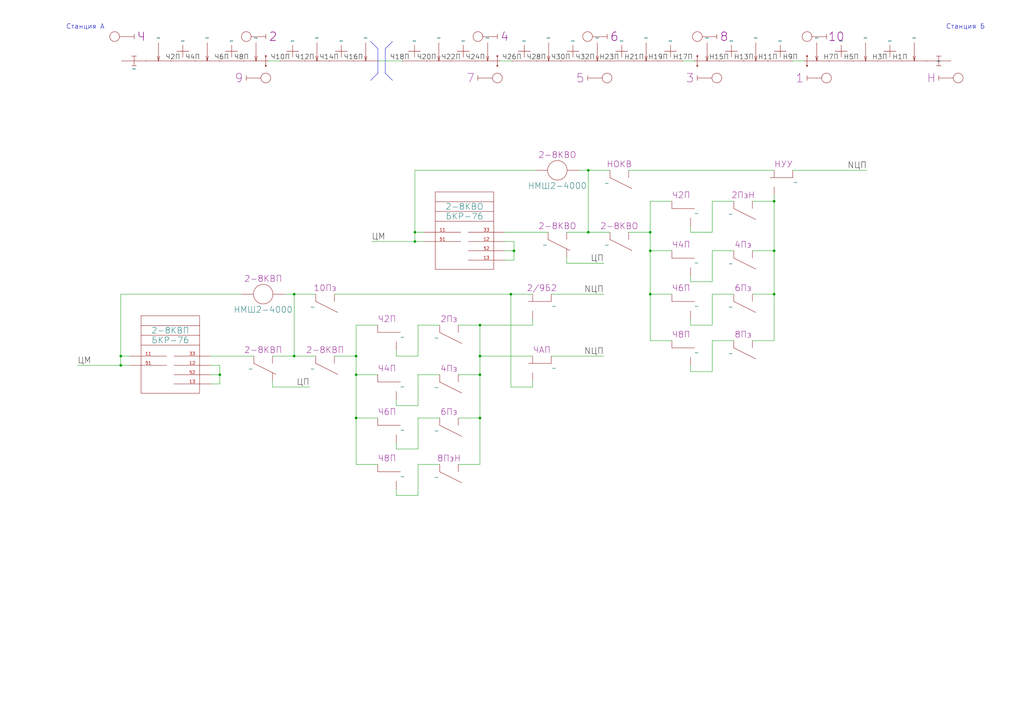
<source format=kicad_sch>
(kicad_sch (version 20250114) (generator "eeschema") (generator_version "9.0")
  (paper "A3")
  (title_block (title "Станция А") (company "МКТ РУТ (МИИТ)") (comment 1 "КП 27.02.03.03.000 ГЧ") (comment 2 "Сафранович") (comment 3 "Бузунова"))
  (lib_symbols
    (symbol "Blocks:КВ" (pin_names (offset 0) (hide yes))
      (property "Reference" "КВ" (at 0 10.52 0))
      (property "Value" "БКР-76" (at 0 6.52 0))
      (symbol "КВ_1_1"
        (pin bidirectional line (at -16.51 0 0) (length 15) (name "") (number "11"))
        (pin bidirectional line (at -16.51 -3.81 0) (length 15) (name "") (number "51"))
        (pin bidirectional line (at 16.51 0 180) (length 15) (name "") (number "33"))
        (pin bidirectional line (at 16.51 -3.81 180) (length 15) (name "") (number "12"))
        (pin bidirectional line (at 16.51 -7.62 180) (length 15) (name "") (number "52"))
        (pin bidirectional line (at 16.51 -11.43 180) (length 15) (name "") (number "13"))
      )
    )
    (symbol "SCB:Изостык" (pin_numbers (hide yes)) (pin_names (offset 0) (hide yes))
      (symbol "Изостык_1_1"
        (unit_name "Одиночный")
        (pin unspecified line (at 0 0 90) (length 0) (name "привязка") (number ""))
      )
      (symbol "Изостык_2_1"
        (unit_name "Со светофором")
        (pin unspecified line (at -5 0 0) (length 0) (name "привязка") (number ""))
        (pin unspecified line (at 5 0 180) (length 0) (name "") (number ""))
      )
    )
    (symbol "SCB:Светофор" (pin_numbers (hide yes)) (pin_names (offset 0) (hide yes))
      (property "Литера" "?" (at 3 0 0))
    )
    (symbol "SCB:УКСПС" (pin_numbers (hide yes)) (pin_names (offset 0) (hide yes))
      (property "Литера" "?УКСПС" (at 0 6 0))
      (symbol "УКСПС_1_1"
        (unit_name "Без направления")
        (pin unspecified line (at 0 0 90) (length 0) (name "привязка") (number ""))
      )
      (symbol "УКСПС_2_1"
        (unit_name "С направлением")
        (pin unspecified line (at 0 0 90) (length 0) (name "привязка") (number ""))
      )
    )
    (symbol "SCB_Legacy:Контакт_нейтрального_якоря_НЗ_бн" (pin_numbers (hide yes)) (pin_names (hide yes))
      (property "Обозначение реле" "Н" (at 0 2.54 0))
      (symbol "Контакт_нейтрального_якоря_НЗ_бн_0_1"
        (pin bidirectional line (at -3.81 0 270) (length 3) (name "") (number "1"))
      )
      (symbol "Контакт_нейтрального_якоря_НЗ_бн_1_1"
        (unit_name "Фронтовой-Тыловой")
        (pin bidirectional line (at 3.81 0 270) (length 3) (name "") (number "2"))
        (pin bidirectional line (at 3.81 -10.16 90) (length 3.3) (name "") (number "3"))
      )
      (symbol "Контакт_нейтрального_якоря_НЗ_бн_2_1"
        (unit_name "Тыловой")
        (pin bidirectional line (at 3.81 -10.16 90) (length 3.3) (name "") (number "3"))
      )
      (symbol "Контакт_нейтрального_якоря_НЗ_бн_3_1"
        (unit_name "Фронтовой")
        (pin bidirectional line (at 3.81 0 270) (length 3) (name "") (number "2"))
      )
      (symbol "Контакт_нейтрального_якоря_НЗ_бн_4_1"
        (unit_name "Усиленный перелючающий")
        (pin bidirectional line (at -3.81 0 270) (length 3) (name "") (number "1"))
        (pin bidirectional line (at 8.89 0 180) (length 2) (name "") (number "2"))
        (pin bidirectional line (at 8.89 -10.16 180) (length 2) (name "") (number "3"))
      )
      (symbol "Контакт_нейтрального_якоря_НЗ_бн_5_1"
        (unit_name "Усиленный замыкающий")
        (pin bidirectional line (at 8.89 0 180) (length 2) (name "") (number "2"))
      )
      (symbol "Контакт_нейтрального_якоря_НЗ_бн_6_1"
        (unit_name "Усиленный размыкающий")
        (pin bidirectional line (at 8.89 -10.16 180) (length 2) (name "") (number "3"))
      )
      (symbol "Контакт_нейтрального_якоря_НЗ_бн_7_1"
        (unit_name "С магнитным гашением")
        (pin bidirectional line (at 3.81 -10.16 90) (length 3.3) (name "") (number "3"))
        (pin bidirectional line (at 12.7 0 180) (length 2) (name "") (number "2"))
      )
      (symbol "Контакт_нейтрального_якоря_НЗ_бн_8_1"
        (unit_name "С безобрывным переключением")
        (pin bidirectional line (at 3.81 0 270) (length 3) (name "") (number "2"))
        (pin bidirectional line (at 3.81 -10.16 90) (length 3.3) (name "") (number "3"))
      )
    )
    (symbol "SCB_Legacy:Контакт_нейтрального_якоря_бн" (pin_numbers (hide yes)) (pin_names (hide yes))
      (property "Обозначение реле" "Н" (at 0 2.54 0))
      (symbol "Контакт_нейтрального_якоря_бн_0_1"
        (pin bidirectional line (at -3.81 0 270) (length 3) (name "") (number "1"))
      )
      (symbol "Контакт_нейтрального_якоря_бн_1_1"
        (unit_name "Фронтовой-Тыловой")
        (pin bidirectional line (at 3.81 0 270) (length 3) (name "") (number "2"))
        (pin bidirectional line (at 3.81 -10.16 90) (length 3.3) (name "") (number "3"))
      )
      (symbol "Контакт_нейтрального_якоря_бн_2_1"
        (unit_name "Тыловой")
        (pin bidirectional line (at 3.81 -10.16 90) (length 3.3) (name "") (number "3"))
      )
      (symbol "Контакт_нейтрального_якоря_бн_3_1"
        (unit_name "Фронтовой")
        (pin bidirectional line (at 3.81 0 270) (length 3) (name "") (number "2"))
      )
      (symbol "Контакт_нейтрального_якоря_бн_4_1"
        (unit_name "Усиленный перелючающий")
        (pin bidirectional line (at -3.81 0 270) (length 3) (name "") (number "1"))
        (pin bidirectional line (at 8.89 0 180) (length 2) (name "") (number "2"))
        (pin bidirectional line (at 8.89 -10.16 180) (length 2) (name "") (number "3"))
      )
      (symbol "Контакт_нейтрального_якоря_бн_5_1"
        (unit_name "Усиленный замыкающий")
        (pin bidirectional line (at 8.89 0 180) (length 2) (name "") (number "2"))
      )
      (symbol "Контакт_нейтрального_якоря_бн_6_1"
        (unit_name "Усиленный размыкающий")
        (pin bidirectional line (at 8.89 -10.16 180) (length 2) (name "") (number "3"))
      )
      (symbol "Контакт_нейтрального_якоря_бн_7_1"
        (unit_name "С магнитным гашением")
        (pin bidirectional line (at 3.81 -10.16 90) (length 3.3) (name "") (number "3"))
        (pin bidirectional line (at 12.7 0 180) (length 2) (name "") (number "2"))
      )
      (symbol "Контакт_нейтрального_якоря_бн_8_1"
        (unit_name "С безобрывным переключением")
        (pin bidirectional line (at 3.81 0 270) (length 3) (name "") (number "2"))
        (pin bidirectional line (at 3.81 -10.16 90) (length 3.3) (name "") (number "3"))
      )
      (symbol "Контакт_нейтрального_якоря_бн_9_1"
        (unit_name "Фронтовой-тыловой термолемента")
        (pin bidirectional line (at 3.81 0 270) (length 3) (name "") (number "2"))
        (pin bidirectional line (at 3.81 -10.16 90) (length 3.3) (name "") (number "3"))
      )
      (symbol "Контакт_нейтрального_якоря_бн_10_1"
        (unit_name "Тыловой термолемента")
        (pin bidirectional line (at 3.81 -10.16 90) (length 3.3) (name "") (number "3"))
      )
      (symbol "Контакт_нейтрального_якоря_бн_11_1"
        (unit_name "Фронтовой термолемента")
        (pin bidirectional line (at 3.81 0 270) (length 3) (name "") (number "2"))
      )
    )
    (symbol "SCB_Relay:Нейтральное" (pin_numbers (hide yes)) (pin_names (offset 0.002) (hide yes))
      (property "Value" "НМШ" (at 0 -6.35 0))
      (property "Обозначение реле" "Н" (at 0 6.35 0))
      (symbol "Нейтральное_1_1"
        (unit_name "Общее")
        (pin power_in line (at -8.89 0 0) (length 4.8) (name "") (number "1"))
        (pin power_in line (at 8.89 0 180) (length 4.8) (name "") (number "4"))
      )
      (symbol "Нейтральное_2_1"
        (unit_name "С раздельными")
        (pin power_in line (at -8.89 0 0) (length 4.8) (name "") (number "1"))
        (pin power_in line (at -8.89 -1.905 0) (length 5.3) (name "") (number "2"))
        (pin power_in line (at 8.89 0 180) (length 4.8) (name "") (number "3"))
        (pin power_in line (at 8.89 -1.905 180) (length 5.3) (name "") (number "4"))
      )
    )
    (symbol "SCB_АБТЦ:Генератор_Нитки"
      (symbol "Генератор_Нитки_1_1"
        (pin unspecified line (at -5 0 0) (length 0) (name "") (number ""))
        (pin unspecified line (at 5 0 180) (length 0) (name "") (number ""))
      )
    )
    (symbol "SCB_АБТЦ:Приемник_Нитки"
      (symbol "Приемник_Нитки_1_1"
        (pin unspecified line (at -5 0 0) (length 0) (name "") (number ""))
        (pin unspecified line (at 5 0 180) (length 0) (name "") (number ""))
      )
    )
    (symbol "Контакт_нейтрального_якоря_НЗ_бн_1" (pin_numbers (hide yes)) (pin_names (hide yes))
      (property "Обозначение реле" "Н" (at 0 2.54 0))
      (symbol "Контакт_нейтрального_якоря_НЗ_бн_1_0_1"
        (pin bidirectional line (at -3.81 0 270) (length 3) (name "") (number "1"))
      )
      (symbol "Контакт_нейтрального_якоря_НЗ_бн_1_1_1"
        (unit_name "Фронтовой-Тыловой")
        (pin bidirectional line (at 3.81 0 270) (length 3) (name "") (number "2"))
        (pin bidirectional line (at 3.81 -10.16 90) (length 3.3) (name "") (number "3"))
      )
      (symbol "Контакт_нейтрального_якоря_НЗ_бн_1_2_1"
        (unit_name "Тыловой")
        (pin bidirectional line (at 3.81 -10.16 90) (length 3.3) (name "") (number "3"))
      )
      (symbol "Контакт_нейтрального_якоря_НЗ_бн_1_3_1"
        (unit_name "Фронтовой")
        (pin bidirectional line (at 3.81 0 270) (length 3) (name "") (number "2"))
      )
      (symbol "Контакт_нейтрального_якоря_НЗ_бн_1_4_1"
        (unit_name "Усиленный перелючающий")
        (pin bidirectional line (at -3.81 0 270) (length 3) (name "") (number "1"))
        (pin bidirectional line (at 8.89 0 180) (length 2) (name "") (number "2"))
        (pin bidirectional line (at 8.89 -10.16 180) (length 2) (name "") (number "3"))
      )
      (symbol "Контакт_нейтрального_якоря_НЗ_бн_1_5_1"
        (unit_name "Усиленный замыкающий")
        (pin bidirectional line (at 8.89 0 180) (length 2) (name "") (number "2"))
      )
      (symbol "Контакт_нейтрального_якоря_НЗ_бн_1_6_1"
        (unit_name "Усиленный размыкающий")
        (pin bidirectional line (at 8.89 -10.16 180) (length 2) (name "") (number "3"))
      )
      (symbol "Контакт_нейтрального_якоря_НЗ_бн_1_7_1"
        (unit_name "С магнитным гашением")
        (pin bidirectional line (at 3.81 -10.16 90) (length 3.3) (name "") (number "3"))
        (pin bidirectional line (at 12.7 0 180) (length 2) (name "") (number "2"))
      )
      (symbol "Контакт_нейтрального_якоря_НЗ_бн_1_8_1"
        (unit_name "С безобрывным переключением")
        (pin bidirectional line (at 3.81 0 270) (length 3) (name "") (number "2"))
        (pin bidirectional line (at 3.81 -10.16 90) (length 3.3) (name "") (number "3"))
      )
    )
    (symbol "Контакт_нейтрального_якоря_НЗ_бн_10" (pin_numbers (hide yes)) (pin_names (hide yes))
      (property "Обозначение реле" "Н" (at 0 2.54 0))
      (symbol "Контакт_нейтрального_якоря_НЗ_бн_10_0_1"
        (pin bidirectional line (at -3.81 0 270) (length 3) (name "") (number "1"))
      )
      (symbol "Контакт_нейтрального_якоря_НЗ_бн_10_1_1"
        (unit_name "Фронтовой-Тыловой")
        (pin bidirectional line (at 3.81 0 270) (length 3) (name "") (number "2"))
        (pin bidirectional line (at 3.81 -10.16 90) (length 3.3) (name "") (number "3"))
      )
      (symbol "Контакт_нейтрального_якоря_НЗ_бн_10_2_1"
        (unit_name "Тыловой")
        (pin bidirectional line (at 3.81 -10.16 90) (length 3.3) (name "") (number "3"))
      )
      (symbol "Контакт_нейтрального_якоря_НЗ_бн_10_3_1"
        (unit_name "Фронтовой")
        (pin bidirectional line (at 3.81 0 270) (length 3) (name "") (number "2"))
      )
      (symbol "Контакт_нейтрального_якоря_НЗ_бн_10_4_1"
        (unit_name "Усиленный перелючающий")
        (pin bidirectional line (at -3.81 0 270) (length 3) (name "") (number "1"))
        (pin bidirectional line (at 8.89 0 180) (length 2) (name "") (number "2"))
        (pin bidirectional line (at 8.89 -10.16 180) (length 2) (name "") (number "3"))
      )
      (symbol "Контакт_нейтрального_якоря_НЗ_бн_10_5_1"
        (unit_name "Усиленный замыкающий")
        (pin bidirectional line (at 8.89 0 180) (length 2) (name "") (number "2"))
      )
      (symbol "Контакт_нейтрального_якоря_НЗ_бн_10_6_1"
        (unit_name "Усиленный размыкающий")
        (pin bidirectional line (at 8.89 -10.16 180) (length 2) (name "") (number "3"))
      )
      (symbol "Контакт_нейтрального_якоря_НЗ_бн_10_7_1"
        (unit_name "С магнитным гашением")
        (pin bidirectional line (at 3.81 -10.16 90) (length 3.3) (name "") (number "3"))
        (pin bidirectional line (at 12.7 0 180) (length 2) (name "") (number "2"))
      )
      (symbol "Контакт_нейтрального_якоря_НЗ_бн_10_8_1"
        (unit_name "С безобрывным переключением")
        (pin bidirectional line (at 3.81 0 270) (length 3) (name "") (number "2"))
        (pin bidirectional line (at 3.81 -10.16 90) (length 3.3) (name "") (number "3"))
      )
    )
    (symbol "Контакт_нейтрального_якоря_НЗ_бн_2" (pin_numbers (hide yes)) (pin_names (hide yes))
      (property "Обозначение реле" "Н" (at 0 2.54 0))
      (symbol "Контакт_нейтрального_якоря_НЗ_бн_2_0_1"
        (pin bidirectional line (at -3.81 0 270) (length 3) (name "") (number "1"))
      )
      (symbol "Контакт_нейтрального_якоря_НЗ_бн_2_1_1"
        (unit_name "Фронтовой-Тыловой")
        (pin bidirectional line (at 3.81 0 270) (length 3) (name "") (number "2"))
        (pin bidirectional line (at 3.81 -10.16 90) (length 3.3) (name "") (number "3"))
      )
      (symbol "Контакт_нейтрального_якоря_НЗ_бн_2_2_1"
        (unit_name "Тыловой")
        (pin bidirectional line (at 3.81 -10.16 90) (length 3.3) (name "") (number "3"))
      )
      (symbol "Контакт_нейтрального_якоря_НЗ_бн_2_3_1"
        (unit_name "Фронтовой")
        (pin bidirectional line (at 3.81 0 270) (length 3) (name "") (number "2"))
      )
      (symbol "Контакт_нейтрального_якоря_НЗ_бн_2_4_1"
        (unit_name "Усиленный перелючающий")
        (pin bidirectional line (at -3.81 0 270) (length 3) (name "") (number "1"))
        (pin bidirectional line (at 8.89 0 180) (length 2) (name "") (number "2"))
        (pin bidirectional line (at 8.89 -10.16 180) (length 2) (name "") (number "3"))
      )
      (symbol "Контакт_нейтрального_якоря_НЗ_бн_2_5_1"
        (unit_name "Усиленный замыкающий")
        (pin bidirectional line (at 8.89 0 180) (length 2) (name "") (number "2"))
      )
      (symbol "Контакт_нейтрального_якоря_НЗ_бн_2_6_1"
        (unit_name "Усиленный размыкающий")
        (pin bidirectional line (at 8.89 -10.16 180) (length 2) (name "") (number "3"))
      )
      (symbol "Контакт_нейтрального_якоря_НЗ_бн_2_7_1"
        (unit_name "С магнитным гашением")
        (pin bidirectional line (at 3.81 -10.16 90) (length 3.3) (name "") (number "3"))
        (pin bidirectional line (at 12.7 0 180) (length 2) (name "") (number "2"))
      )
      (symbol "Контакт_нейтрального_якоря_НЗ_бн_2_8_1"
        (unit_name "С безобрывным переключением")
        (pin bidirectional line (at 3.81 0 270) (length 3) (name "") (number "2"))
        (pin bidirectional line (at 3.81 -10.16 90) (length 3.3) (name "") (number "3"))
      )
    )
    (symbol "Контакт_нейтрального_якоря_НЗ_бн_3" (pin_numbers (hide yes)) (pin_names (hide yes))
      (property "Обозначение реле" "Н" (at 0 2.54 0))
      (symbol "Контакт_нейтрального_якоря_НЗ_бн_3_0_1"
        (pin bidirectional line (at -3.81 0 270) (length 3) (name "") (number "1"))
      )
      (symbol "Контакт_нейтрального_якоря_НЗ_бн_3_1_1"
        (unit_name "Фронтовой-Тыловой")
        (pin bidirectional line (at 3.81 0 270) (length 3) (name "") (number "2"))
        (pin bidirectional line (at 3.81 -10.16 90) (length 3.3) (name "") (number "3"))
      )
      (symbol "Контакт_нейтрального_якоря_НЗ_бн_3_2_1"
        (unit_name "Тыловой")
        (pin bidirectional line (at 3.81 -10.16 90) (length 3.3) (name "") (number "3"))
      )
      (symbol "Контакт_нейтрального_якоря_НЗ_бн_3_3_1"
        (unit_name "Фронтовой")
        (pin bidirectional line (at 3.81 0 270) (length 3) (name "") (number "2"))
      )
      (symbol "Контакт_нейтрального_якоря_НЗ_бн_3_4_1"
        (unit_name "Усиленный перелючающий")
        (pin bidirectional line (at -3.81 0 270) (length 3) (name "") (number "1"))
        (pin bidirectional line (at 8.89 0 180) (length 2) (name "") (number "2"))
        (pin bidirectional line (at 8.89 -10.16 180) (length 2) (name "") (number "3"))
      )
      (symbol "Контакт_нейтрального_якоря_НЗ_бн_3_5_1"
        (unit_name "Усиленный замыкающий")
        (pin bidirectional line (at 8.89 0 180) (length 2) (name "") (number "2"))
      )
      (symbol "Контакт_нейтрального_якоря_НЗ_бн_3_6_1"
        (unit_name "Усиленный размыкающий")
        (pin bidirectional line (at 8.89 -10.16 180) (length 2) (name "") (number "3"))
      )
      (symbol "Контакт_нейтрального_якоря_НЗ_бн_3_7_1"
        (unit_name "С магнитным гашением")
        (pin bidirectional line (at 3.81 -10.16 90) (length 3.3) (name "") (number "3"))
        (pin bidirectional line (at 12.7 0 180) (length 2) (name "") (number "2"))
      )
      (symbol "Контакт_нейтрального_якоря_НЗ_бн_3_8_1"
        (unit_name "С безобрывным переключением")
        (pin bidirectional line (at 3.81 0 270) (length 3) (name "") (number "2"))
        (pin bidirectional line (at 3.81 -10.16 90) (length 3.3) (name "") (number "3"))
      )
    )
    (symbol "Контакт_нейтрального_якоря_НЗ_бн_4" (pin_numbers (hide yes)) (pin_names (hide yes))
      (property "Обозначение реле" "Н" (at 0 2.54 0))
      (symbol "Контакт_нейтрального_якоря_НЗ_бн_4_0_1"
        (pin bidirectional line (at -3.81 0 270) (length 3) (name "") (number "1"))
      )
      (symbol "Контакт_нейтрального_якоря_НЗ_бн_4_1_1"
        (unit_name "Фронтовой-Тыловой")
        (pin bidirectional line (at 3.81 0 270) (length 3) (name "") (number "2"))
        (pin bidirectional line (at 3.81 -10.16 90) (length 3.3) (name "") (number "3"))
      )
      (symbol "Контакт_нейтрального_якоря_НЗ_бн_4_2_1"
        (unit_name "Тыловой")
        (pin bidirectional line (at 3.81 -10.16 90) (length 3.3) (name "") (number "3"))
      )
      (symbol "Контакт_нейтрального_якоря_НЗ_бн_4_3_1"
        (unit_name "Фронтовой")
        (pin bidirectional line (at 3.81 0 270) (length 3) (name "") (number "2"))
      )
      (symbol "Контакт_нейтрального_якоря_НЗ_бн_4_4_1"
        (unit_name "Усиленный перелючающий")
        (pin bidirectional line (at -3.81 0 270) (length 3) (name "") (number "1"))
        (pin bidirectional line (at 8.89 0 180) (length 2) (name "") (number "2"))
        (pin bidirectional line (at 8.89 -10.16 180) (length 2) (name "") (number "3"))
      )
      (symbol "Контакт_нейтрального_якоря_НЗ_бн_4_5_1"
        (unit_name "Усиленный замыкающий")
        (pin bidirectional line (at 8.89 0 180) (length 2) (name "") (number "2"))
      )
      (symbol "Контакт_нейтрального_якоря_НЗ_бн_4_6_1"
        (unit_name "Усиленный размыкающий")
        (pin bidirectional line (at 8.89 -10.16 180) (length 2) (name "") (number "3"))
      )
      (symbol "Контакт_нейтрального_якоря_НЗ_бн_4_7_1"
        (unit_name "С магнитным гашением")
        (pin bidirectional line (at 3.81 -10.16 90) (length 3.3) (name "") (number "3"))
        (pin bidirectional line (at 12.7 0 180) (length 2) (name "") (number "2"))
      )
      (symbol "Контакт_нейтрального_якоря_НЗ_бн_4_8_1"
        (unit_name "С безобрывным переключением")
        (pin bidirectional line (at 3.81 0 270) (length 3) (name "") (number "2"))
        (pin bidirectional line (at 3.81 -10.16 90) (length 3.3) (name "") (number "3"))
      )
    )
    (symbol "Контакт_нейтрального_якоря_НЗ_бн_5" (pin_numbers (hide yes)) (pin_names (hide yes))
      (property "Обозначение реле" "Н" (at 0 2.54 0))
      (symbol "Контакт_нейтрального_якоря_НЗ_бн_5_0_1"
        (pin bidirectional line (at -3.81 0 270) (length 3) (name "") (number "1"))
      )
      (symbol "Контакт_нейтрального_якоря_НЗ_бн_5_1_1"
        (unit_name "Фронтовой-Тыловой")
        (pin bidirectional line (at 3.81 0 270) (length 3) (name "") (number "2"))
        (pin bidirectional line (at 3.81 -10.16 90) (length 3.3) (name "") (number "3"))
      )
      (symbol "Контакт_нейтрального_якоря_НЗ_бн_5_2_1"
        (unit_name "Тыловой")
        (pin bidirectional line (at 3.81 -10.16 90) (length 3.3) (name "") (number "3"))
      )
      (symbol "Контакт_нейтрального_якоря_НЗ_бн_5_3_1"
        (unit_name "Фронтовой")
        (pin bidirectional line (at 3.81 0 270) (length 3) (name "") (number "2"))
      )
      (symbol "Контакт_нейтрального_якоря_НЗ_бн_5_4_1"
        (unit_name "Усиленный перелючающий")
        (pin bidirectional line (at -3.81 0 270) (length 3) (name "") (number "1"))
        (pin bidirectional line (at 8.89 0 180) (length 2) (name "") (number "2"))
        (pin bidirectional line (at 8.89 -10.16 180) (length 2) (name "") (number "3"))
      )
      (symbol "Контакт_нейтрального_якоря_НЗ_бн_5_5_1"
        (unit_name "Усиленный замыкающий")
        (pin bidirectional line (at 8.89 0 180) (length 2) (name "") (number "2"))
      )
      (symbol "Контакт_нейтрального_якоря_НЗ_бн_5_6_1"
        (unit_name "Усиленный размыкающий")
        (pin bidirectional line (at 8.89 -10.16 180) (length 2) (name "") (number "3"))
      )
      (symbol "Контакт_нейтрального_якоря_НЗ_бн_5_7_1"
        (unit_name "С магнитным гашением")
        (pin bidirectional line (at 3.81 -10.16 90) (length 3.3) (name "") (number "3"))
        (pin bidirectional line (at 12.7 0 180) (length 2) (name "") (number "2"))
      )
      (symbol "Контакт_нейтрального_якоря_НЗ_бн_5_8_1"
        (unit_name "С безобрывным переключением")
        (pin bidirectional line (at 3.81 0 270) (length 3) (name "") (number "2"))
        (pin bidirectional line (at 3.81 -10.16 90) (length 3.3) (name "") (number "3"))
      )
    )
    (symbol "Контакт_нейтрального_якоря_НЗ_бн_6" (pin_numbers (hide yes)) (pin_names (hide yes))
      (property "Обозначение реле" "Н" (at 0 2.54 0))
      (symbol "Контакт_нейтрального_якоря_НЗ_бн_6_0_1"
        (pin bidirectional line (at -3.81 0 270) (length 3) (name "") (number "1"))
      )
      (symbol "Контакт_нейтрального_якоря_НЗ_бн_6_1_1"
        (unit_name "Фронтовой-Тыловой")
        (pin bidirectional line (at 3.81 0 270) (length 3) (name "") (number "2"))
        (pin bidirectional line (at 3.81 -10.16 90) (length 3.3) (name "") (number "3"))
      )
      (symbol "Контакт_нейтрального_якоря_НЗ_бн_6_2_1"
        (unit_name "Тыловой")
        (pin bidirectional line (at 3.81 -10.16 90) (length 3.3) (name "") (number "3"))
      )
      (symbol "Контакт_нейтрального_якоря_НЗ_бн_6_3_1"
        (unit_name "Фронтовой")
        (pin bidirectional line (at 3.81 0 270) (length 3) (name "") (number "2"))
      )
      (symbol "Контакт_нейтрального_якоря_НЗ_бн_6_4_1"
        (unit_name "Усиленный перелючающий")
        (pin bidirectional line (at -3.81 0 270) (length 3) (name "") (number "1"))
        (pin bidirectional line (at 8.89 0 180) (length 2) (name "") (number "2"))
        (pin bidirectional line (at 8.89 -10.16 180) (length 2) (name "") (number "3"))
      )
      (symbol "Контакт_нейтрального_якоря_НЗ_бн_6_5_1"
        (unit_name "Усиленный замыкающий")
        (pin bidirectional line (at 8.89 0 180) (length 2) (name "") (number "2"))
      )
      (symbol "Контакт_нейтрального_якоря_НЗ_бн_6_6_1"
        (unit_name "Усиленный размыкающий")
        (pin bidirectional line (at 8.89 -10.16 180) (length 2) (name "") (number "3"))
      )
      (symbol "Контакт_нейтрального_якоря_НЗ_бн_6_7_1"
        (unit_name "С магнитным гашением")
        (pin bidirectional line (at 3.81 -10.16 90) (length 3.3) (name "") (number "3"))
        (pin bidirectional line (at 12.7 0 180) (length 2) (name "") (number "2"))
      )
      (symbol "Контакт_нейтрального_якоря_НЗ_бн_6_8_1"
        (unit_name "С безобрывным переключением")
        (pin bidirectional line (at 3.81 0 270) (length 3) (name "") (number "2"))
        (pin bidirectional line (at 3.81 -10.16 90) (length 3.3) (name "") (number "3"))
      )
    )
    (symbol "Контакт_нейтрального_якоря_НЗ_бн_7" (pin_numbers (hide yes)) (pin_names (hide yes))
      (property "Обозначение реле" "Н" (at 0 2.54 0))
      (symbol "Контакт_нейтрального_якоря_НЗ_бн_7_0_1"
        (pin bidirectional line (at -3.81 0 270) (length 3) (name "") (number "1"))
      )
      (symbol "Контакт_нейтрального_якоря_НЗ_бн_7_1_1"
        (unit_name "Фронтовой-Тыловой")
        (pin bidirectional line (at 3.81 0 270) (length 3) (name "") (number "2"))
        (pin bidirectional line (at 3.81 -10.16 90) (length 3.3) (name "") (number "3"))
      )
      (symbol "Контакт_нейтрального_якоря_НЗ_бн_7_2_1"
        (unit_name "Тыловой")
        (pin bidirectional line (at 3.81 -10.16 90) (length 3.3) (name "") (number "3"))
      )
      (symbol "Контакт_нейтрального_якоря_НЗ_бн_7_3_1"
        (unit_name "Фронтовой")
        (pin bidirectional line (at 3.81 0 270) (length 3) (name "") (number "2"))
      )
      (symbol "Контакт_нейтрального_якоря_НЗ_бн_7_4_1"
        (unit_name "Усиленный перелючающий")
        (pin bidirectional line (at -3.81 0 270) (length 3) (name "") (number "1"))
        (pin bidirectional line (at 8.89 0 180) (length 2) (name "") (number "2"))
        (pin bidirectional line (at 8.89 -10.16 180) (length 2) (name "") (number "3"))
      )
      (symbol "Контакт_нейтрального_якоря_НЗ_бн_7_5_1"
        (unit_name "Усиленный замыкающий")
        (pin bidirectional line (at 8.89 0 180) (length 2) (name "") (number "2"))
      )
      (symbol "Контакт_нейтрального_якоря_НЗ_бн_7_6_1"
        (unit_name "Усиленный размыкающий")
        (pin bidirectional line (at 8.89 -10.16 180) (length 2) (name "") (number "3"))
      )
      (symbol "Контакт_нейтрального_якоря_НЗ_бн_7_7_1"
        (unit_name "С магнитным гашением")
        (pin bidirectional line (at 3.81 -10.16 90) (length 3.3) (name "") (number "3"))
        (pin bidirectional line (at 12.7 0 180) (length 2) (name "") (number "2"))
      )
      (symbol "Контакт_нейтрального_якоря_НЗ_бн_7_8_1"
        (unit_name "С безобрывным переключением")
        (pin bidirectional line (at 3.81 0 270) (length 3) (name "") (number "2"))
        (pin bidirectional line (at 3.81 -10.16 90) (length 3.3) (name "") (number "3"))
      )
    )
    (symbol "Контакт_нейтрального_якоря_НЗ_бн_8" (pin_numbers (hide yes)) (pin_names (hide yes))
      (property "Обозначение реле" "Н" (at 0 2.54 0))
      (symbol "Контакт_нейтрального_якоря_НЗ_бн_8_0_1"
        (pin bidirectional line (at -3.81 0 270) (length 3) (name "") (number "1"))
      )
      (symbol "Контакт_нейтрального_якоря_НЗ_бн_8_1_1"
        (unit_name "Фронтовой-Тыловой")
        (pin bidirectional line (at 3.81 0 270) (length 3) (name "") (number "2"))
        (pin bidirectional line (at 3.81 -10.16 90) (length 3.3) (name "") (number "3"))
      )
      (symbol "Контакт_нейтрального_якоря_НЗ_бн_8_2_1"
        (unit_name "Тыловой")
        (pin bidirectional line (at 3.81 -10.16 90) (length 3.3) (name "") (number "3"))
      )
      (symbol "Контакт_нейтрального_якоря_НЗ_бн_8_3_1"
        (unit_name "Фронтовой")
        (pin bidirectional line (at 3.81 0 270) (length 3) (name "") (number "2"))
      )
      (symbol "Контакт_нейтрального_якоря_НЗ_бн_8_4_1"
        (unit_name "Усиленный перелючающий")
        (pin bidirectional line (at -3.81 0 270) (length 3) (name "") (number "1"))
        (pin bidirectional line (at 8.89 0 180) (length 2) (name "") (number "2"))
        (pin bidirectional line (at 8.89 -10.16 180) (length 2) (name "") (number "3"))
      )
      (symbol "Контакт_нейтрального_якоря_НЗ_бн_8_5_1"
        (unit_name "Усиленный замыкающий")
        (pin bidirectional line (at 8.89 0 180) (length 2) (name "") (number "2"))
      )
      (symbol "Контакт_нейтрального_якоря_НЗ_бн_8_6_1"
        (unit_name "Усиленный размыкающий")
        (pin bidirectional line (at 8.89 -10.16 180) (length 2) (name "") (number "3"))
      )
      (symbol "Контакт_нейтрального_якоря_НЗ_бн_8_7_1"
        (unit_name "С магнитным гашением")
        (pin bidirectional line (at 3.81 -10.16 90) (length 3.3) (name "") (number "3"))
        (pin bidirectional line (at 12.7 0 180) (length 2) (name "") (number "2"))
      )
      (symbol "Контакт_нейтрального_якоря_НЗ_бн_8_8_1"
        (unit_name "С безобрывным переключением")
        (pin bidirectional line (at 3.81 0 270) (length 3) (name "") (number "2"))
        (pin bidirectional line (at 3.81 -10.16 90) (length 3.3) (name "") (number "3"))
      )
    )
    (symbol "Контакт_нейтрального_якоря_НЗ_бн_9" (pin_numbers (hide yes)) (pin_names (hide yes))
      (property "Обозначение реле" "Н" (at 0 2.54 0))
      (symbol "Контакт_нейтрального_якоря_НЗ_бн_9_0_1"
        (pin bidirectional line (at -3.81 0 270) (length 3) (name "") (number "1"))
      )
      (symbol "Контакт_нейтрального_якоря_НЗ_бн_9_1_1"
        (unit_name "Фронтовой-Тыловой")
        (pin bidirectional line (at 3.81 0 270) (length 3) (name "") (number "2"))
        (pin bidirectional line (at 3.81 -10.16 90) (length 3.3) (name "") (number "3"))
      )
      (symbol "Контакт_нейтрального_якоря_НЗ_бн_9_2_1"
        (unit_name "Тыловой")
        (pin bidirectional line (at 3.81 -10.16 90) (length 3.3) (name "") (number "3"))
      )
      (symbol "Контакт_нейтрального_якоря_НЗ_бн_9_3_1"
        (unit_name "Фронтовой")
        (pin bidirectional line (at 3.81 0 270) (length 3) (name "") (number "2"))
      )
      (symbol "Контакт_нейтрального_якоря_НЗ_бн_9_4_1"
        (unit_name "Усиленный перелючающий")
        (pin bidirectional line (at -3.81 0 270) (length 3) (name "") (number "1"))
        (pin bidirectional line (at 8.89 0 180) (length 2) (name "") (number "2"))
        (pin bidirectional line (at 8.89 -10.16 180) (length 2) (name "") (number "3"))
      )
      (symbol "Контакт_нейтрального_якоря_НЗ_бн_9_5_1"
        (unit_name "Усиленный замыкающий")
        (pin bidirectional line (at 8.89 0 180) (length 2) (name "") (number "2"))
      )
      (symbol "Контакт_нейтрального_якоря_НЗ_бн_9_6_1"
        (unit_name "Усиленный размыкающий")
        (pin bidirectional line (at 8.89 -10.16 180) (length 2) (name "") (number "3"))
      )
      (symbol "Контакт_нейтрального_якоря_НЗ_бн_9_7_1"
        (unit_name "С магнитным гашением")
        (pin bidirectional line (at 3.81 -10.16 90) (length 3.3) (name "") (number "3"))
        (pin bidirectional line (at 12.7 0 180) (length 2) (name "") (number "2"))
      )
      (symbol "Контакт_нейтрального_якоря_НЗ_бн_9_8_1"
        (unit_name "С безобрывным переключением")
        (pin bidirectional line (at 3.81 0 270) (length 3) (name "") (number "2"))
        (pin bidirectional line (at 3.81 -10.16 90) (length 3.3) (name "") (number "3"))
      )
    )
    (symbol "Контакт_нейтрального_якоря_бн_1" (pin_numbers (hide yes)) (pin_names (hide yes))
      (property "Обозначение реле" "Н" (at 0 2.54 0))
      (symbol "Контакт_нейтрального_якоря_бн_1_0_1"
        (pin bidirectional line (at -3.81 0 270) (length 3) (name "") (number "1"))
      )
      (symbol "Контакт_нейтрального_якоря_бн_1_1_1"
        (unit_name "Фронтовой-Тыловой")
        (pin bidirectional line (at 3.81 0 270) (length 3) (name "") (number "2"))
        (pin bidirectional line (at 3.81 -10.16 90) (length 3.3) (name "") (number "3"))
      )
      (symbol "Контакт_нейтрального_якоря_бн_1_2_1"
        (unit_name "Тыловой")
        (pin bidirectional line (at 3.81 -10.16 90) (length 3.3) (name "") (number "3"))
      )
      (symbol "Контакт_нейтрального_якоря_бн_1_3_1"
        (unit_name "Фронтовой")
        (pin bidirectional line (at 3.81 0 270) (length 3) (name "") (number "2"))
      )
      (symbol "Контакт_нейтрального_якоря_бн_1_4_1"
        (unit_name "Усиленный перелючающий")
        (pin bidirectional line (at -3.81 0 270) (length 3) (name "") (number "1"))
        (pin bidirectional line (at 8.89 0 180) (length 2) (name "") (number "2"))
        (pin bidirectional line (at 8.89 -10.16 180) (length 2) (name "") (number "3"))
      )
      (symbol "Контакт_нейтрального_якоря_бн_1_5_1"
        (unit_name "Усиленный замыкающий")
        (pin bidirectional line (at 8.89 0 180) (length 2) (name "") (number "2"))
      )
      (symbol "Контакт_нейтрального_якоря_бн_1_6_1"
        (unit_name "Усиленный размыкающий")
        (pin bidirectional line (at 8.89 -10.16 180) (length 2) (name "") (number "3"))
      )
      (symbol "Контакт_нейтрального_якоря_бн_1_7_1"
        (unit_name "С магнитным гашением")
        (pin bidirectional line (at 3.81 -10.16 90) (length 3.3) (name "") (number "3"))
        (pin bidirectional line (at 12.7 0 180) (length 2) (name "") (number "2"))
      )
      (symbol "Контакт_нейтрального_якоря_бн_1_8_1"
        (unit_name "С безобрывным переключением")
        (pin bidirectional line (at 3.81 0 270) (length 3) (name "") (number "2"))
        (pin bidirectional line (at 3.81 -10.16 90) (length 3.3) (name "") (number "3"))
      )
      (symbol "Контакт_нейтрального_якоря_бн_1_9_1"
        (unit_name "Фронтовой-тыловой термолемента")
        (pin bidirectional line (at 3.81 0 270) (length 3) (name "") (number "2"))
        (pin bidirectional line (at 3.81 -10.16 90) (length 3.3) (name "") (number "3"))
      )
      (symbol "Контакт_нейтрального_якоря_бн_1_10_1"
        (unit_name "Тыловой термолемента")
        (pin bidirectional line (at 3.81 -10.16 90) (length 3.3) (name "") (number "3"))
      )
      (symbol "Контакт_нейтрального_якоря_бн_1_11_1"
        (unit_name "Фронтовой термолемента")
        (pin bidirectional line (at 3.81 0 270) (length 3) (name "") (number "2"))
      )
    )
    (symbol "Контакт_нейтрального_якоря_бн_10" (pin_numbers (hide yes)) (pin_names (hide yes))
      (property "Обозначение реле" "Н" (at 0 2.54 0))
      (symbol "Контакт_нейтрального_якоря_бн_10_0_1"
        (pin bidirectional line (at -3.81 0 270) (length 3) (name "") (number "1"))
      )
      (symbol "Контакт_нейтрального_якоря_бн_10_1_1"
        (unit_name "Фронтовой-Тыловой")
        (pin bidirectional line (at 3.81 0 270) (length 3) (name "") (number "2"))
        (pin bidirectional line (at 3.81 -10.16 90) (length 3.3) (name "") (number "3"))
      )
      (symbol "Контакт_нейтрального_якоря_бн_10_2_1"
        (unit_name "Тыловой")
        (pin bidirectional line (at 3.81 -10.16 90) (length 3.3) (name "") (number "3"))
      )
      (symbol "Контакт_нейтрального_якоря_бн_10_3_1"
        (unit_name "Фронтовой")
        (pin bidirectional line (at 3.81 0 270) (length 3) (name "") (number "2"))
      )
      (symbol "Контакт_нейтрального_якоря_бн_10_4_1"
        (unit_name "Усиленный перелючающий")
        (pin bidirectional line (at -3.81 0 270) (length 3) (name "") (number "1"))
        (pin bidirectional line (at 8.89 0 180) (length 2) (name "") (number "2"))
        (pin bidirectional line (at 8.89 -10.16 180) (length 2) (name "") (number "3"))
      )
      (symbol "Контакт_нейтрального_якоря_бн_10_5_1"
        (unit_name "Усиленный замыкающий")
        (pin bidirectional line (at 8.89 0 180) (length 2) (name "") (number "2"))
      )
      (symbol "Контакт_нейтрального_якоря_бн_10_6_1"
        (unit_name "Усиленный размыкающий")
        (pin bidirectional line (at 8.89 -10.16 180) (length 2) (name "") (number "3"))
      )
      (symbol "Контакт_нейтрального_якоря_бн_10_7_1"
        (unit_name "С магнитным гашением")
        (pin bidirectional line (at 3.81 -10.16 90) (length 3.3) (name "") (number "3"))
        (pin bidirectional line (at 12.7 0 180) (length 2) (name "") (number "2"))
      )
      (symbol "Контакт_нейтрального_якоря_бн_10_8_1"
        (unit_name "С безобрывным переключением")
        (pin bidirectional line (at 3.81 0 270) (length 3) (name "") (number "2"))
        (pin bidirectional line (at 3.81 -10.16 90) (length 3.3) (name "") (number "3"))
      )
      (symbol "Контакт_нейтрального_якоря_бн_10_9_1"
        (unit_name "Фронтовой-тыловой термолемента")
        (pin bidirectional line (at 3.81 0 270) (length 3) (name "") (number "2"))
        (pin bidirectional line (at 3.81 -10.16 90) (length 3.3) (name "") (number "3"))
      )
      (symbol "Контакт_нейтрального_якоря_бн_10_10_1"
        (unit_name "Тыловой термолемента")
        (pin bidirectional line (at 3.81 -10.16 90) (length 3.3) (name "") (number "3"))
      )
      (symbol "Контакт_нейтрального_якоря_бн_10_11_1"
        (unit_name "Фронтовой термолемента")
        (pin bidirectional line (at 3.81 0 270) (length 3) (name "") (number "2"))
      )
    )
    (symbol "Контакт_нейтрального_якоря_бн_11" (pin_numbers (hide yes)) (pin_names (hide yes))
      (property "Обозначение реле" "Н" (at 0 2.54 0))
      (symbol "Контакт_нейтрального_якоря_бн_11_0_1"
        (pin bidirectional line (at -3.81 0 270) (length 3) (name "") (number "1"))
      )
      (symbol "Контакт_нейтрального_якоря_бн_11_1_1"
        (unit_name "Фронтовой-Тыловой")
        (pin bidirectional line (at 3.81 0 270) (length 3) (name "") (number "2"))
        (pin bidirectional line (at 3.81 -10.16 90) (length 3.3) (name "") (number "3"))
      )
      (symbol "Контакт_нейтрального_якоря_бн_11_2_1"
        (unit_name "Тыловой")
        (pin bidirectional line (at 3.81 -10.16 90) (length 3.3) (name "") (number "3"))
      )
      (symbol "Контакт_нейтрального_якоря_бн_11_3_1"
        (unit_name "Фронтовой")
        (pin bidirectional line (at 3.81 0 270) (length 3) (name "") (number "2"))
      )
      (symbol "Контакт_нейтрального_якоря_бн_11_4_1"
        (unit_name "Усиленный перелючающий")
        (pin bidirectional line (at -3.81 0 270) (length 3) (name "") (number "1"))
        (pin bidirectional line (at 8.89 0 180) (length 2) (name "") (number "2"))
        (pin bidirectional line (at 8.89 -10.16 180) (length 2) (name "") (number "3"))
      )
      (symbol "Контакт_нейтрального_якоря_бн_11_5_1"
        (unit_name "Усиленный замыкающий")
        (pin bidirectional line (at 8.89 0 180) (length 2) (name "") (number "2"))
      )
      (symbol "Контакт_нейтрального_якоря_бн_11_6_1"
        (unit_name "Усиленный размыкающий")
        (pin bidirectional line (at 8.89 -10.16 180) (length 2) (name "") (number "3"))
      )
      (symbol "Контакт_нейтрального_якоря_бн_11_7_1"
        (unit_name "С магнитным гашением")
        (pin bidirectional line (at 3.81 -10.16 90) (length 3.3) (name "") (number "3"))
        (pin bidirectional line (at 12.7 0 180) (length 2) (name "") (number "2"))
      )
      (symbol "Контакт_нейтрального_якоря_бн_11_8_1"
        (unit_name "С безобрывным переключением")
        (pin bidirectional line (at 3.81 0 270) (length 3) (name "") (number "2"))
        (pin bidirectional line (at 3.81 -10.16 90) (length 3.3) (name "") (number "3"))
      )
      (symbol "Контакт_нейтрального_якоря_бн_11_9_1"
        (unit_name "Фронтовой-тыловой термолемента")
        (pin bidirectional line (at 3.81 0 270) (length 3) (name "") (number "2"))
        (pin bidirectional line (at 3.81 -10.16 90) (length 3.3) (name "") (number "3"))
      )
      (symbol "Контакт_нейтрального_якоря_бн_11_10_1"
        (unit_name "Тыловой термолемента")
        (pin bidirectional line (at 3.81 -10.16 90) (length 3.3) (name "") (number "3"))
      )
      (symbol "Контакт_нейтрального_якоря_бн_11_11_1"
        (unit_name "Фронтовой термолемента")
        (pin bidirectional line (at 3.81 0 270) (length 3) (name "") (number "2"))
      )
    )
    (symbol "Контакт_нейтрального_якоря_бн_12" (pin_numbers (hide yes)) (pin_names (hide yes))
      (property "Обозначение реле" "Н" (at 0 2.54 0))
      (symbol "Контакт_нейтрального_якоря_бн_12_0_1"
        (pin bidirectional line (at -3.81 0 270) (length 3) (name "") (number "1"))
      )
      (symbol "Контакт_нейтрального_якоря_бн_12_1_1"
        (unit_name "Фронтовой-Тыловой")
        (pin bidirectional line (at 3.81 0 270) (length 3) (name "") (number "2"))
        (pin bidirectional line (at 3.81 -10.16 90) (length 3.3) (name "") (number "3"))
      )
      (symbol "Контакт_нейтрального_якоря_бн_12_2_1"
        (unit_name "Тыловой")
        (pin bidirectional line (at 3.81 -10.16 90) (length 3.3) (name "") (number "3"))
      )
      (symbol "Контакт_нейтрального_якоря_бн_12_3_1"
        (unit_name "Фронтовой")
        (pin bidirectional line (at 3.81 0 270) (length 3) (name "") (number "2"))
      )
      (symbol "Контакт_нейтрального_якоря_бн_12_4_1"
        (unit_name "Усиленный перелючающий")
        (pin bidirectional line (at -3.81 0 270) (length 3) (name "") (number "1"))
        (pin bidirectional line (at 8.89 0 180) (length 2) (name "") (number "2"))
        (pin bidirectional line (at 8.89 -10.16 180) (length 2) (name "") (number "3"))
      )
      (symbol "Контакт_нейтрального_якоря_бн_12_5_1"
        (unit_name "Усиленный замыкающий")
        (pin bidirectional line (at 8.89 0 180) (length 2) (name "") (number "2"))
      )
      (symbol "Контакт_нейтрального_якоря_бн_12_6_1"
        (unit_name "Усиленный размыкающий")
        (pin bidirectional line (at 8.89 -10.16 180) (length 2) (name "") (number "3"))
      )
      (symbol "Контакт_нейтрального_якоря_бн_12_7_1"
        (unit_name "С магнитным гашением")
        (pin bidirectional line (at 3.81 -10.16 90) (length 3.3) (name "") (number "3"))
        (pin bidirectional line (at 12.7 0 180) (length 2) (name "") (number "2"))
      )
      (symbol "Контакт_нейтрального_якоря_бн_12_8_1"
        (unit_name "С безобрывным переключением")
        (pin bidirectional line (at 3.81 0 270) (length 3) (name "") (number "2"))
        (pin bidirectional line (at 3.81 -10.16 90) (length 3.3) (name "") (number "3"))
      )
      (symbol "Контакт_нейтрального_якоря_бн_12_9_1"
        (unit_name "Фронтовой-тыловой термолемента")
        (pin bidirectional line (at 3.81 0 270) (length 3) (name "") (number "2"))
        (pin bidirectional line (at 3.81 -10.16 90) (length 3.3) (name "") (number "3"))
      )
      (symbol "Контакт_нейтрального_якоря_бн_12_10_1"
        (unit_name "Тыловой термолемента")
        (pin bidirectional line (at 3.81 -10.16 90) (length 3.3) (name "") (number "3"))
      )
      (symbol "Контакт_нейтрального_якоря_бн_12_11_1"
        (unit_name "Фронтовой термолемента")
        (pin bidirectional line (at 3.81 0 270) (length 3) (name "") (number "2"))
      )
    )
    (symbol "Контакт_нейтрального_якоря_бн_13" (pin_numbers (hide yes)) (pin_names (hide yes))
      (property "Обозначение реле" "Н" (at 0 2.54 0))
      (symbol "Контакт_нейтрального_якоря_бн_13_0_1"
        (pin bidirectional line (at -3.81 0 270) (length 3) (name "") (number "1"))
      )
      (symbol "Контакт_нейтрального_якоря_бн_13_1_1"
        (unit_name "Фронтовой-Тыловой")
        (pin bidirectional line (at 3.81 0 270) (length 3) (name "") (number "2"))
        (pin bidirectional line (at 3.81 -10.16 90) (length 3.3) (name "") (number "3"))
      )
      (symbol "Контакт_нейтрального_якоря_бн_13_2_1"
        (unit_name "Тыловой")
        (pin bidirectional line (at 3.81 -10.16 90) (length 3.3) (name "") (number "3"))
      )
      (symbol "Контакт_нейтрального_якоря_бн_13_3_1"
        (unit_name "Фронтовой")
        (pin bidirectional line (at 3.81 0 270) (length 3) (name "") (number "2"))
      )
      (symbol "Контакт_нейтрального_якоря_бн_13_4_1"
        (unit_name "Усиленный перелючающий")
        (pin bidirectional line (at -3.81 0 270) (length 3) (name "") (number "1"))
        (pin bidirectional line (at 8.89 0 180) (length 2) (name "") (number "2"))
        (pin bidirectional line (at 8.89 -10.16 180) (length 2) (name "") (number "3"))
      )
      (symbol "Контакт_нейтрального_якоря_бн_13_5_1"
        (unit_name "Усиленный замыкающий")
        (pin bidirectional line (at 8.89 0 180) (length 2) (name "") (number "2"))
      )
      (symbol "Контакт_нейтрального_якоря_бн_13_6_1"
        (unit_name "Усиленный размыкающий")
        (pin bidirectional line (at 8.89 -10.16 180) (length 2) (name "") (number "3"))
      )
      (symbol "Контакт_нейтрального_якоря_бн_13_7_1"
        (unit_name "С магнитным гашением")
        (pin bidirectional line (at 3.81 -10.16 90) (length 3.3) (name "") (number "3"))
        (pin bidirectional line (at 12.7 0 180) (length 2) (name "") (number "2"))
      )
      (symbol "Контакт_нейтрального_якоря_бн_13_8_1"
        (unit_name "С безобрывным переключением")
        (pin bidirectional line (at 3.81 0 270) (length 3) (name "") (number "2"))
        (pin bidirectional line (at 3.81 -10.16 90) (length 3.3) (name "") (number "3"))
      )
      (symbol "Контакт_нейтрального_якоря_бн_13_9_1"
        (unit_name "Фронтовой-тыловой термолемента")
        (pin bidirectional line (at 3.81 0 270) (length 3) (name "") (number "2"))
        (pin bidirectional line (at 3.81 -10.16 90) (length 3.3) (name "") (number "3"))
      )
      (symbol "Контакт_нейтрального_якоря_бн_13_10_1"
        (unit_name "Тыловой термолемента")
        (pin bidirectional line (at 3.81 -10.16 90) (length 3.3) (name "") (number "3"))
      )
      (symbol "Контакт_нейтрального_якоря_бн_13_11_1"
        (unit_name "Фронтовой термолемента")
        (pin bidirectional line (at 3.81 0 270) (length 3) (name "") (number "2"))
      )
    )
    (symbol "Контакт_нейтрального_якоря_бн_2" (pin_numbers (hide yes)) (pin_names (hide yes))
      (property "Обозначение реле" "Н" (at 0 2.54 0))
      (symbol "Контакт_нейтрального_якоря_бн_2_0_1"
        (pin bidirectional line (at -3.81 0 270) (length 3) (name "") (number "1"))
      )
      (symbol "Контакт_нейтрального_якоря_бн_2_1_1"
        (unit_name "Фронтовой-Тыловой")
        (pin bidirectional line (at 3.81 0 270) (length 3) (name "") (number "2"))
        (pin bidirectional line (at 3.81 -10.16 90) (length 3.3) (name "") (number "3"))
      )
      (symbol "Контакт_нейтрального_якоря_бн_2_2_1"
        (unit_name "Тыловой")
        (pin bidirectional line (at 3.81 -10.16 90) (length 3.3) (name "") (number "3"))
      )
      (symbol "Контакт_нейтрального_якоря_бн_2_3_1"
        (unit_name "Фронтовой")
        (pin bidirectional line (at 3.81 0 270) (length 3) (name "") (number "2"))
      )
      (symbol "Контакт_нейтрального_якоря_бн_2_4_1"
        (unit_name "Усиленный перелючающий")
        (pin bidirectional line (at -3.81 0 270) (length 3) (name "") (number "1"))
        (pin bidirectional line (at 8.89 0 180) (length 2) (name "") (number "2"))
        (pin bidirectional line (at 8.89 -10.16 180) (length 2) (name "") (number "3"))
      )
      (symbol "Контакт_нейтрального_якоря_бн_2_5_1"
        (unit_name "Усиленный замыкающий")
        (pin bidirectional line (at 8.89 0 180) (length 2) (name "") (number "2"))
      )
      (symbol "Контакт_нейтрального_якоря_бн_2_6_1"
        (unit_name "Усиленный размыкающий")
        (pin bidirectional line (at 8.89 -10.16 180) (length 2) (name "") (number "3"))
      )
      (symbol "Контакт_нейтрального_якоря_бн_2_7_1"
        (unit_name "С магнитным гашением")
        (pin bidirectional line (at 3.81 -10.16 90) (length 3.3) (name "") (number "3"))
        (pin bidirectional line (at 12.7 0 180) (length 2) (name "") (number "2"))
      )
      (symbol "Контакт_нейтрального_якоря_бн_2_8_1"
        (unit_name "С безобрывным переключением")
        (pin bidirectional line (at 3.81 0 270) (length 3) (name "") (number "2"))
        (pin bidirectional line (at 3.81 -10.16 90) (length 3.3) (name "") (number "3"))
      )
      (symbol "Контакт_нейтрального_якоря_бн_2_9_1"
        (unit_name "Фронтовой-тыловой термолемента")
        (pin bidirectional line (at 3.81 0 270) (length 3) (name "") (number "2"))
        (pin bidirectional line (at 3.81 -10.16 90) (length 3.3) (name "") (number "3"))
      )
      (symbol "Контакт_нейтрального_якоря_бн_2_10_1"
        (unit_name "Тыловой термолемента")
        (pin bidirectional line (at 3.81 -10.16 90) (length 3.3) (name "") (number "3"))
      )
      (symbol "Контакт_нейтрального_якоря_бн_2_11_1"
        (unit_name "Фронтовой термолемента")
        (pin bidirectional line (at 3.81 0 270) (length 3) (name "") (number "2"))
      )
    )
    (symbol "Контакт_нейтрального_якоря_бн_3" (pin_numbers (hide yes)) (pin_names (hide yes))
      (property "Обозначение реле" "Н" (at 0 2.54 0))
      (symbol "Контакт_нейтрального_якоря_бн_3_0_1"
        (pin bidirectional line (at -3.81 0 270) (length 3) (name "") (number "1"))
      )
      (symbol "Контакт_нейтрального_якоря_бн_3_1_1"
        (unit_name "Фронтовой-Тыловой")
        (pin bidirectional line (at 3.81 0 270) (length 3) (name "") (number "2"))
        (pin bidirectional line (at 3.81 -10.16 90) (length 3.3) (name "") (number "3"))
      )
      (symbol "Контакт_нейтрального_якоря_бн_3_2_1"
        (unit_name "Тыловой")
        (pin bidirectional line (at 3.81 -10.16 90) (length 3.3) (name "") (number "3"))
      )
      (symbol "Контакт_нейтрального_якоря_бн_3_3_1"
        (unit_name "Фронтовой")
        (pin bidirectional line (at 3.81 0 270) (length 3) (name "") (number "2"))
      )
      (symbol "Контакт_нейтрального_якоря_бн_3_4_1"
        (unit_name "Усиленный перелючающий")
        (pin bidirectional line (at -3.81 0 270) (length 3) (name "") (number "1"))
        (pin bidirectional line (at 8.89 0 180) (length 2) (name "") (number "2"))
        (pin bidirectional line (at 8.89 -10.16 180) (length 2) (name "") (number "3"))
      )
      (symbol "Контакт_нейтрального_якоря_бн_3_5_1"
        (unit_name "Усиленный замыкающий")
        (pin bidirectional line (at 8.89 0 180) (length 2) (name "") (number "2"))
      )
      (symbol "Контакт_нейтрального_якоря_бн_3_6_1"
        (unit_name "Усиленный размыкающий")
        (pin bidirectional line (at 8.89 -10.16 180) (length 2) (name "") (number "3"))
      )
      (symbol "Контакт_нейтрального_якоря_бн_3_7_1"
        (unit_name "С магнитным гашением")
        (pin bidirectional line (at 3.81 -10.16 90) (length 3.3) (name "") (number "3"))
        (pin bidirectional line (at 12.7 0 180) (length 2) (name "") (number "2"))
      )
      (symbol "Контакт_нейтрального_якоря_бн_3_8_1"
        (unit_name "С безобрывным переключением")
        (pin bidirectional line (at 3.81 0 270) (length 3) (name "") (number "2"))
        (pin bidirectional line (at 3.81 -10.16 90) (length 3.3) (name "") (number "3"))
      )
      (symbol "Контакт_нейтрального_якоря_бн_3_9_1"
        (unit_name "Фронтовой-тыловой термолемента")
        (pin bidirectional line (at 3.81 0 270) (length 3) (name "") (number "2"))
        (pin bidirectional line (at 3.81 -10.16 90) (length 3.3) (name "") (number "3"))
      )
      (symbol "Контакт_нейтрального_якоря_бн_3_10_1"
        (unit_name "Тыловой термолемента")
        (pin bidirectional line (at 3.81 -10.16 90) (length 3.3) (name "") (number "3"))
      )
      (symbol "Контакт_нейтрального_якоря_бн_3_11_1"
        (unit_name "Фронтовой термолемента")
        (pin bidirectional line (at 3.81 0 270) (length 3) (name "") (number "2"))
      )
    )
    (symbol "Контакт_нейтрального_якоря_бн_4" (pin_numbers (hide yes)) (pin_names (hide yes))
      (property "Обозначение реле" "Н" (at 0 2.54 0))
      (symbol "Контакт_нейтрального_якоря_бн_4_0_1"
        (pin bidirectional line (at -3.81 0 270) (length 3) (name "") (number "1"))
      )
      (symbol "Контакт_нейтрального_якоря_бн_4_1_1"
        (unit_name "Фронтовой-Тыловой")
        (pin bidirectional line (at 3.81 0 270) (length 3) (name "") (number "2"))
        (pin bidirectional line (at 3.81 -10.16 90) (length 3.3) (name "") (number "3"))
      )
      (symbol "Контакт_нейтрального_якоря_бн_4_2_1"
        (unit_name "Тыловой")
        (pin bidirectional line (at 3.81 -10.16 90) (length 3.3) (name "") (number "3"))
      )
      (symbol "Контакт_нейтрального_якоря_бн_4_3_1"
        (unit_name "Фронтовой")
        (pin bidirectional line (at 3.81 0 270) (length 3) (name "") (number "2"))
      )
      (symbol "Контакт_нейтрального_якоря_бн_4_4_1"
        (unit_name "Усиленный перелючающий")
        (pin bidirectional line (at -3.81 0 270) (length 3) (name "") (number "1"))
        (pin bidirectional line (at 8.89 0 180) (length 2) (name "") (number "2"))
        (pin bidirectional line (at 8.89 -10.16 180) (length 2) (name "") (number "3"))
      )
      (symbol "Контакт_нейтрального_якоря_бн_4_5_1"
        (unit_name "Усиленный замыкающий")
        (pin bidirectional line (at 8.89 0 180) (length 2) (name "") (number "2"))
      )
      (symbol "Контакт_нейтрального_якоря_бн_4_6_1"
        (unit_name "Усиленный размыкающий")
        (pin bidirectional line (at 8.89 -10.16 180) (length 2) (name "") (number "3"))
      )
      (symbol "Контакт_нейтрального_якоря_бн_4_7_1"
        (unit_name "С магнитным гашением")
        (pin bidirectional line (at 3.81 -10.16 90) (length 3.3) (name "") (number "3"))
        (pin bidirectional line (at 12.7 0 180) (length 2) (name "") (number "2"))
      )
      (symbol "Контакт_нейтрального_якоря_бн_4_8_1"
        (unit_name "С безобрывным переключением")
        (pin bidirectional line (at 3.81 0 270) (length 3) (name "") (number "2"))
        (pin bidirectional line (at 3.81 -10.16 90) (length 3.3) (name "") (number "3"))
      )
      (symbol "Контакт_нейтрального_якоря_бн_4_9_1"
        (unit_name "Фронтовой-тыловой термолемента")
        (pin bidirectional line (at 3.81 0 270) (length 3) (name "") (number "2"))
        (pin bidirectional line (at 3.81 -10.16 90) (length 3.3) (name "") (number "3"))
      )
      (symbol "Контакт_нейтрального_якоря_бн_4_10_1"
        (unit_name "Тыловой термолемента")
        (pin bidirectional line (at 3.81 -10.16 90) (length 3.3) (name "") (number "3"))
      )
      (symbol "Контакт_нейтрального_якоря_бн_4_11_1"
        (unit_name "Фронтовой термолемента")
        (pin bidirectional line (at 3.81 0 270) (length 3) (name "") (number "2"))
      )
    )
    (symbol "Контакт_нейтрального_якоря_бн_5" (pin_numbers (hide yes)) (pin_names (hide yes))
      (property "Обозначение реле" "Н" (at 0 2.54 0))
      (symbol "Контакт_нейтрального_якоря_бн_5_0_1"
        (pin bidirectional line (at -3.81 0 270) (length 3) (name "") (number "1"))
      )
      (symbol "Контакт_нейтрального_якоря_бн_5_1_1"
        (unit_name "Фронтовой-Тыловой")
        (pin bidirectional line (at 3.81 0 270) (length 3) (name "") (number "2"))
        (pin bidirectional line (at 3.81 -10.16 90) (length 3.3) (name "") (number "3"))
      )
      (symbol "Контакт_нейтрального_якоря_бн_5_2_1"
        (unit_name "Тыловой")
        (pin bidirectional line (at 3.81 -10.16 90) (length 3.3) (name "") (number "3"))
      )
      (symbol "Контакт_нейтрального_якоря_бн_5_3_1"
        (unit_name "Фронтовой")
        (pin bidirectional line (at 3.81 0 270) (length 3) (name "") (number "2"))
      )
      (symbol "Контакт_нейтрального_якоря_бн_5_4_1"
        (unit_name "Усиленный перелючающий")
        (pin bidirectional line (at -3.81 0 270) (length 3) (name "") (number "1"))
        (pin bidirectional line (at 8.89 0 180) (length 2) (name "") (number "2"))
        (pin bidirectional line (at 8.89 -10.16 180) (length 2) (name "") (number "3"))
      )
      (symbol "Контакт_нейтрального_якоря_бн_5_5_1"
        (unit_name "Усиленный замыкающий")
        (pin bidirectional line (at 8.89 0 180) (length 2) (name "") (number "2"))
      )
      (symbol "Контакт_нейтрального_якоря_бн_5_6_1"
        (unit_name "Усиленный размыкающий")
        (pin bidirectional line (at 8.89 -10.16 180) (length 2) (name "") (number "3"))
      )
      (symbol "Контакт_нейтрального_якоря_бн_5_7_1"
        (unit_name "С магнитным гашением")
        (pin bidirectional line (at 3.81 -10.16 90) (length 3.3) (name "") (number "3"))
        (pin bidirectional line (at 12.7 0 180) (length 2) (name "") (number "2"))
      )
      (symbol "Контакт_нейтрального_якоря_бн_5_8_1"
        (unit_name "С безобрывным переключением")
        (pin bidirectional line (at 3.81 0 270) (length 3) (name "") (number "2"))
        (pin bidirectional line (at 3.81 -10.16 90) (length 3.3) (name "") (number "3"))
      )
      (symbol "Контакт_нейтрального_якоря_бн_5_9_1"
        (unit_name "Фронтовой-тыловой термолемента")
        (pin bidirectional line (at 3.81 0 270) (length 3) (name "") (number "2"))
        (pin bidirectional line (at 3.81 -10.16 90) (length 3.3) (name "") (number "3"))
      )
      (symbol "Контакт_нейтрального_якоря_бн_5_10_1"
        (unit_name "Тыловой термолемента")
        (pin bidirectional line (at 3.81 -10.16 90) (length 3.3) (name "") (number "3"))
      )
      (symbol "Контакт_нейтрального_якоря_бн_5_11_1"
        (unit_name "Фронтовой термолемента")
        (pin bidirectional line (at 3.81 0 270) (length 3) (name "") (number "2"))
      )
    )
    (symbol "Контакт_нейтрального_якоря_бн_6" (pin_numbers (hide yes)) (pin_names (hide yes))
      (property "Обозначение реле" "Н" (at 0 2.54 0))
      (symbol "Контакт_нейтрального_якоря_бн_6_0_1"
        (pin bidirectional line (at -3.81 0 270) (length 3) (name "") (number "1"))
      )
      (symbol "Контакт_нейтрального_якоря_бн_6_1_1"
        (unit_name "Фронтовой-Тыловой")
        (pin bidirectional line (at 3.81 0 270) (length 3) (name "") (number "2"))
        (pin bidirectional line (at 3.81 -10.16 90) (length 3.3) (name "") (number "3"))
      )
      (symbol "Контакт_нейтрального_якоря_бн_6_2_1"
        (unit_name "Тыловой")
        (pin bidirectional line (at 3.81 -10.16 90) (length 3.3) (name "") (number "3"))
      )
      (symbol "Контакт_нейтрального_якоря_бн_6_3_1"
        (unit_name "Фронтовой")
        (pin bidirectional line (at 3.81 0 270) (length 3) (name "") (number "2"))
      )
      (symbol "Контакт_нейтрального_якоря_бн_6_4_1"
        (unit_name "Усиленный перелючающий")
        (pin bidirectional line (at -3.81 0 270) (length 3) (name "") (number "1"))
        (pin bidirectional line (at 8.89 0 180) (length 2) (name "") (number "2"))
        (pin bidirectional line (at 8.89 -10.16 180) (length 2) (name "") (number "3"))
      )
      (symbol "Контакт_нейтрального_якоря_бн_6_5_1"
        (unit_name "Усиленный замыкающий")
        (pin bidirectional line (at 8.89 0 180) (length 2) (name "") (number "2"))
      )
      (symbol "Контакт_нейтрального_якоря_бн_6_6_1"
        (unit_name "Усиленный размыкающий")
        (pin bidirectional line (at 8.89 -10.16 180) (length 2) (name "") (number "3"))
      )
      (symbol "Контакт_нейтрального_якоря_бн_6_7_1"
        (unit_name "С магнитным гашением")
        (pin bidirectional line (at 3.81 -10.16 90) (length 3.3) (name "") (number "3"))
        (pin bidirectional line (at 12.7 0 180) (length 2) (name "") (number "2"))
      )
      (symbol "Контакт_нейтрального_якоря_бн_6_8_1"
        (unit_name "С безобрывным переключением")
        (pin bidirectional line (at 3.81 0 270) (length 3) (name "") (number "2"))
        (pin bidirectional line (at 3.81 -10.16 90) (length 3.3) (name "") (number "3"))
      )
      (symbol "Контакт_нейтрального_якоря_бн_6_9_1"
        (unit_name "Фронтовой-тыловой термолемента")
        (pin bidirectional line (at 3.81 0 270) (length 3) (name "") (number "2"))
        (pin bidirectional line (at 3.81 -10.16 90) (length 3.3) (name "") (number "3"))
      )
      (symbol "Контакт_нейтрального_якоря_бн_6_10_1"
        (unit_name "Тыловой термолемента")
        (pin bidirectional line (at 3.81 -10.16 90) (length 3.3) (name "") (number "3"))
      )
      (symbol "Контакт_нейтрального_якоря_бн_6_11_1"
        (unit_name "Фронтовой термолемента")
        (pin bidirectional line (at 3.81 0 270) (length 3) (name "") (number "2"))
      )
    )
    (symbol "Контакт_нейтрального_якоря_бн_7" (pin_numbers (hide yes)) (pin_names (hide yes))
      (property "Обозначение реле" "Н" (at 0 2.54 0))
      (symbol "Контакт_нейтрального_якоря_бн_7_0_1"
        (pin bidirectional line (at -3.81 0 270) (length 3) (name "") (number "1"))
      )
      (symbol "Контакт_нейтрального_якоря_бн_7_1_1"
        (unit_name "Фронтовой-Тыловой")
        (pin bidirectional line (at 3.81 0 270) (length 3) (name "") (number "2"))
        (pin bidirectional line (at 3.81 -10.16 90) (length 3.3) (name "") (number "3"))
      )
      (symbol "Контакт_нейтрального_якоря_бн_7_2_1"
        (unit_name "Тыловой")
        (pin bidirectional line (at 3.81 -10.16 90) (length 3.3) (name "") (number "3"))
      )
      (symbol "Контакт_нейтрального_якоря_бн_7_3_1"
        (unit_name "Фронтовой")
        (pin bidirectional line (at 3.81 0 270) (length 3) (name "") (number "2"))
      )
      (symbol "Контакт_нейтрального_якоря_бн_7_4_1"
        (unit_name "Усиленный перелючающий")
        (pin bidirectional line (at -3.81 0 270) (length 3) (name "") (number "1"))
        (pin bidirectional line (at 8.89 0 180) (length 2) (name "") (number "2"))
        (pin bidirectional line (at 8.89 -10.16 180) (length 2) (name "") (number "3"))
      )
      (symbol "Контакт_нейтрального_якоря_бн_7_5_1"
        (unit_name "Усиленный замыкающий")
        (pin bidirectional line (at 8.89 0 180) (length 2) (name "") (number "2"))
      )
      (symbol "Контакт_нейтрального_якоря_бн_7_6_1"
        (unit_name "Усиленный размыкающий")
        (pin bidirectional line (at 8.89 -10.16 180) (length 2) (name "") (number "3"))
      )
      (symbol "Контакт_нейтрального_якоря_бн_7_7_1"
        (unit_name "С магнитным гашением")
        (pin bidirectional line (at 3.81 -10.16 90) (length 3.3) (name "") (number "3"))
        (pin bidirectional line (at 12.7 0 180) (length 2) (name "") (number "2"))
      )
      (symbol "Контакт_нейтрального_якоря_бн_7_8_1"
        (unit_name "С безобрывным переключением")
        (pin bidirectional line (at 3.81 0 270) (length 3) (name "") (number "2"))
        (pin bidirectional line (at 3.81 -10.16 90) (length 3.3) (name "") (number "3"))
      )
      (symbol "Контакт_нейтрального_якоря_бн_7_9_1"
        (unit_name "Фронтовой-тыловой термолемента")
        (pin bidirectional line (at 3.81 0 270) (length 3) (name "") (number "2"))
        (pin bidirectional line (at 3.81 -10.16 90) (length 3.3) (name "") (number "3"))
      )
      (symbol "Контакт_нейтрального_якоря_бн_7_10_1"
        (unit_name "Тыловой термолемента")
        (pin bidirectional line (at 3.81 -10.16 90) (length 3.3) (name "") (number "3"))
      )
      (symbol "Контакт_нейтрального_якоря_бн_7_11_1"
        (unit_name "Фронтовой термолемента")
        (pin bidirectional line (at 3.81 0 270) (length 3) (name "") (number "2"))
      )
    )
    (symbol "Контакт_нейтрального_якоря_бн_8" (pin_numbers (hide yes)) (pin_names (hide yes))
      (property "Обозначение реле" "Н" (at 0 2.54 0))
      (symbol "Контакт_нейтрального_якоря_бн_8_0_1"
        (pin bidirectional line (at -3.81 0 270) (length 3) (name "") (number "1"))
      )
      (symbol "Контакт_нейтрального_якоря_бн_8_1_1"
        (unit_name "Фронтовой-Тыловой")
        (pin bidirectional line (at 3.81 0 270) (length 3) (name "") (number "2"))
        (pin bidirectional line (at 3.81 -10.16 90) (length 3.3) (name "") (number "3"))
      )
      (symbol "Контакт_нейтрального_якоря_бн_8_2_1"
        (unit_name "Тыловой")
        (pin bidirectional line (at 3.81 -10.16 90) (length 3.3) (name "") (number "3"))
      )
      (symbol "Контакт_нейтрального_якоря_бн_8_3_1"
        (unit_name "Фронтовой")
        (pin bidirectional line (at 3.81 0 270) (length 3) (name "") (number "2"))
      )
      (symbol "Контакт_нейтрального_якоря_бн_8_4_1"
        (unit_name "Усиленный перелючающий")
        (pin bidirectional line (at -3.81 0 270) (length 3) (name "") (number "1"))
        (pin bidirectional line (at 8.89 0 180) (length 2) (name "") (number "2"))
        (pin bidirectional line (at 8.89 -10.16 180) (length 2) (name "") (number "3"))
      )
      (symbol "Контакт_нейтрального_якоря_бн_8_5_1"
        (unit_name "Усиленный замыкающий")
        (pin bidirectional line (at 8.89 0 180) (length 2) (name "") (number "2"))
      )
      (symbol "Контакт_нейтрального_якоря_бн_8_6_1"
        (unit_name "Усиленный размыкающий")
        (pin bidirectional line (at 8.89 -10.16 180) (length 2) (name "") (number "3"))
      )
      (symbol "Контакт_нейтрального_якоря_бн_8_7_1"
        (unit_name "С магнитным гашением")
        (pin bidirectional line (at 3.81 -10.16 90) (length 3.3) (name "") (number "3"))
        (pin bidirectional line (at 12.7 0 180) (length 2) (name "") (number "2"))
      )
      (symbol "Контакт_нейтрального_якоря_бн_8_8_1"
        (unit_name "С безобрывным переключением")
        (pin bidirectional line (at 3.81 0 270) (length 3) (name "") (number "2"))
        (pin bidirectional line (at 3.81 -10.16 90) (length 3.3) (name "") (number "3"))
      )
      (symbol "Контакт_нейтрального_якоря_бн_8_9_1"
        (unit_name "Фронтовой-тыловой термолемента")
        (pin bidirectional line (at 3.81 0 270) (length 3) (name "") (number "2"))
        (pin bidirectional line (at 3.81 -10.16 90) (length 3.3) (name "") (number "3"))
      )
      (symbol "Контакт_нейтрального_якоря_бн_8_10_1"
        (unit_name "Тыловой термолемента")
        (pin bidirectional line (at 3.81 -10.16 90) (length 3.3) (name "") (number "3"))
      )
      (symbol "Контакт_нейтрального_якоря_бн_8_11_1"
        (unit_name "Фронтовой термолемента")
        (pin bidirectional line (at 3.81 0 270) (length 3) (name "") (number "2"))
      )
    )
    (symbol "Контакт_нейтрального_якоря_бн_9" (pin_numbers (hide yes)) (pin_names (hide yes))
      (property "Обозначение реле" "Н" (at 0 2.54 0))
      (symbol "Контакт_нейтрального_якоря_бн_9_0_1"
        (pin bidirectional line (at -3.81 0 270) (length 3) (name "") (number "1"))
      )
      (symbol "Контакт_нейтрального_якоря_бн_9_1_1"
        (unit_name "Фронтовой-Тыловой")
        (pin bidirectional line (at 3.81 0 270) (length 3) (name "") (number "2"))
        (pin bidirectional line (at 3.81 -10.16 90) (length 3.3) (name "") (number "3"))
      )
      (symbol "Контакт_нейтрального_якоря_бн_9_2_1"
        (unit_name "Тыловой")
        (pin bidirectional line (at 3.81 -10.16 90) (length 3.3) (name "") (number "3"))
      )
      (symbol "Контакт_нейтрального_якоря_бн_9_3_1"
        (unit_name "Фронтовой")
        (pin bidirectional line (at 3.81 0 270) (length 3) (name "") (number "2"))
      )
      (symbol "Контакт_нейтрального_якоря_бн_9_4_1"
        (unit_name "Усиленный перелючающий")
        (pin bidirectional line (at -3.81 0 270) (length 3) (name "") (number "1"))
        (pin bidirectional line (at 8.89 0 180) (length 2) (name "") (number "2"))
        (pin bidirectional line (at 8.89 -10.16 180) (length 2) (name "") (number "3"))
      )
      (symbol "Контакт_нейтрального_якоря_бн_9_5_1"
        (unit_name "Усиленный замыкающий")
        (pin bidirectional line (at 8.89 0 180) (length 2) (name "") (number "2"))
      )
      (symbol "Контакт_нейтрального_якоря_бн_9_6_1"
        (unit_name "Усиленный размыкающий")
        (pin bidirectional line (at 8.89 -10.16 180) (length 2) (name "") (number "3"))
      )
      (symbol "Контакт_нейтрального_якоря_бн_9_7_1"
        (unit_name "С магнитным гашением")
        (pin bidirectional line (at 3.81 -10.16 90) (length 3.3) (name "") (number "3"))
        (pin bidirectional line (at 12.7 0 180) (length 2) (name "") (number "2"))
      )
      (symbol "Контакт_нейтрального_якоря_бн_9_8_1"
        (unit_name "С безобрывным переключением")
        (pin bidirectional line (at 3.81 0 270) (length 3) (name "") (number "2"))
        (pin bidirectional line (at 3.81 -10.16 90) (length 3.3) (name "") (number "3"))
      )
      (symbol "Контакт_нейтрального_якоря_бн_9_9_1"
        (unit_name "Фронтовой-тыловой термолемента")
        (pin bidirectional line (at 3.81 0 270) (length 3) (name "") (number "2"))
        (pin bidirectional line (at 3.81 -10.16 90) (length 3.3) (name "") (number "3"))
      )
      (symbol "Контакт_нейтрального_якоря_бн_9_10_1"
        (unit_name "Тыловой термолемента")
        (pin bidirectional line (at 3.81 -10.16 90) (length 3.3) (name "") (number "3"))
      )
      (symbol "Контакт_нейтрального_якоря_бн_9_11_1"
        (unit_name "Фронтовой термолемента")
        (pin bidirectional line (at 3.81 0 270) (length 3) (name "") (number "2"))
      )
    )
  )
  (text "Станция Б" (at 396 11 0) (effects (font (size 2 2))))
  (text "Станция А" (at 35 11 0) (effects (font (size 2 2))))
  (junction (at 317.5 82.55))
  (junction (at 90.17 153.67))
  (junction (at 170.18 99.06))
  (junction (at 317.5 120.65))
  (junction (at 196.85 171.45))
  (junction (at 196.85 133.35))
  (junction (at 170.18 95.25))
  (junction (at 266.7 120.65))
  (junction (at 49.53 149.86))
  (junction (at 196.85 146.05))
  (junction (at 266.7 95.25))
  (junction (at 146.05 153.67))
  (junction (at 241.3 69.85))
  (junction (at 266.7 102.87))
  (junction (at 241.3 95.25))
  (junction (at 209.55 120.65))
  (junction (at 120.65 146.05))
  (junction (at 317.5 102.87))
  (junction (at 146.05 171.45))
  (junction (at 196.85 153.67))
  (junction (at 146.05 146.05))
  (junction (at 49.53 146.05))
  (junction (at 120.65 120.65))
  (junction (at 210.82 102.87))
  (wire (pts (xy 283.21 92.71) (xy 283.21 95.25)))
  (polyline (pts (xy 155 20) (xy 155 30)))
  (wire (pts (xy 111.76 158.75) (xy 127 158.75)))
  (wire (pts (xy 162.56 203.2) (xy 171.45 203.2)))
  (wire (pts (xy 308.61 102.87) (xy 317.5 102.87)))
  (wire (pts (xy 283.21 113.03) (xy 283.21 115.57)))
  (wire (pts (xy 171.45 190.5) (xy 180.34 190.5)))
  (wire (pts (xy 266.7 95.25) (xy 266.7 102.87)))
  (wire (pts (xy 162.56 166.37) (xy 171.45 166.37)))
  (wire (pts (xy 317.5 102.87) (xy 317.5 120.65)))
  (wire (pts (xy 317.5 80.01) (xy 317.5 82.55)))
  (wire (pts (xy 209.55 120.65) (xy 218.44 120.65)))
  (wire (pts (xy 241.3 69.85) (xy 237.49 69.85)))
  (wire (pts (xy 207.01 99.06) (xy 210.82 99.06)))
  (wire (pts (xy 171.45 166.37) (xy 171.45 153.67)))
  (wire (pts (xy 110 25) (xy 115 25)))
  (wire (pts (xy 90.17 149.86) (xy 90.17 153.67)))
  (wire (pts (xy 170.18 99.06) (xy 170.18 95.25)))
  (wire (pts (xy 86.36 153.67) (xy 90.17 153.67)))
  (polyline (pts (xy 152 17) (xy 155 20)))
  (wire (pts (xy 146.05 190.5) (xy 154.94 190.5)))
  (wire (pts (xy 266.7 139.7) (xy 275.59 139.7)))
  (wire (pts (xy 210.82 99.06) (xy 210.82 102.87)))
  (wire (pts (xy 171.45 146.05) (xy 171.45 133.35)))
  (wire (pts (xy 292.1 120.65) (xy 300.99 120.65)))
  (wire (pts (xy 308.61 139.7) (xy 317.5 139.7)))
  (wire (pts (xy 173.99 99.06) (xy 170.18 99.06)))
  (wire (pts (xy 49.53 146.05) (xy 49.53 120.65)))
  (wire (pts (xy 266.7 102.87) (xy 266.7 120.65)))
  (wire (pts (xy 283.21 95.25) (xy 292.1 95.25)))
  (wire (pts (xy 283.21 152.4) (xy 292.1 152.4)))
  (wire (pts (xy 226.06 146.05) (xy 247.65 146.05)))
  (wire (pts (xy 266.7 82.55) (xy 275.59 82.55)))
  (wire (pts (xy 137.16 120.65) (xy 209.55 120.65)))
  (wire (pts (xy 53.34 149.86) (xy 49.53 149.86)))
  (wire (pts (xy 207.01 102.87) (xy 210.82 102.87)))
  (wire (pts (xy 292.1 152.4) (xy 292.1 139.7)))
  (wire (pts (xy 171.45 203.2) (xy 171.45 190.5)))
  (wire (pts (xy 317.5 120.65) (xy 317.5 139.7)))
  (wire (pts (xy 146.05 133.35) (xy 154.94 133.35)))
  (polyline (pts (xy 161 17) (xy 158 20)))
  (wire (pts (xy 283.21 130.81) (xy 283.21 133.35)))
  (wire (pts (xy 218.44 130.81) (xy 218.44 133.35)))
  (wire (pts (xy 317.5 82.55) (xy 317.5 102.87)))
  (wire (pts (xy 31.75 149.86) (xy 49.53 149.86)))
  (wire (pts (xy 266.7 95.25) (xy 266.7 82.55)))
  (wire (pts (xy 170.18 95.25) (xy 173.99 95.25)))
  (polyline (pts (xy 158 30) (xy 161 33)))
  (wire (pts (xy 292.1 133.35) (xy 292.1 120.65)))
  (wire (pts (xy 111.76 146.05) (xy 120.65 146.05)))
  (wire (pts (xy 207.01 95.25) (xy 224.79 95.25)))
  (wire (pts (xy 292.1 139.7) (xy 300.99 139.7)))
  (wire (pts (xy 283.21 115.57) (xy 292.1 115.57)))
  (wire (pts (xy 120.65 146.05) (xy 120.65 120.65)))
  (wire (pts (xy 49.53 149.86) (xy 49.53 146.05)))
  (wire (pts (xy 162.56 181.61) (xy 162.56 184.15)))
  (wire (pts (xy 292.1 115.57) (xy 292.1 102.87)))
  (wire (pts (xy 257.81 95.25) (xy 266.7 95.25)))
  (wire (pts (xy 241.3 95.25) (xy 241.3 69.85)))
  (wire (pts (xy 86.36 149.86) (xy 90.17 149.86)))
  (wire (pts (xy 146.05 171.45) (xy 146.05 190.5)))
  (wire (pts (xy 283.21 133.35) (xy 292.1 133.35)))
  (wire (pts (xy 187.96 153.67) (xy 196.85 153.67)))
  (wire (pts (xy 49.53 120.65) (xy 99.06 120.65)))
  (wire (pts (xy 209.55 158.75) (xy 209.55 120.65)))
  (wire (pts (xy 196.85 146.05) (xy 196.85 153.67)))
  (wire (pts (xy 218.44 158.75) (xy 209.55 158.75)))
  (wire (pts (xy 292.1 102.87) (xy 300.99 102.87)))
  (wire (pts (xy 162.56 184.15) (xy 171.45 184.15)))
  (wire (pts (xy 292.1 82.55) (xy 300.99 82.55)))
  (wire (pts (xy 111.76 156.21) (xy 111.76 158.75)))
  (wire (pts (xy 86.36 157.48) (xy 90.17 157.48)))
  (wire (pts (xy 266.7 120.65) (xy 275.59 120.65)))
  (wire (pts (xy 120.65 120.65) (xy 116.84 120.65)))
  (wire (pts (xy 325 25) (xy 330 25)))
  (wire (pts (xy 171.45 171.45) (xy 180.34 171.45)))
  (wire (pts (xy 86.36 146.05) (xy 104.14 146.05)))
  (wire (pts (xy 283.21 149.86) (xy 283.21 152.4)))
  (wire (pts (xy 308.61 120.65) (xy 317.5 120.65)))
  (wire (pts (xy 146.05 153.67) (xy 154.94 153.67)))
  (wire (pts (xy 162.56 163.83) (xy 162.56 166.37)))
  (wire (pts (xy 280 25) (xy 285 25)))
  (wire (pts (xy 170.18 95.25) (xy 170.18 69.85)))
  (wire (pts (xy 207.01 106.68) (xy 210.82 106.68)))
  (wire (pts (xy 196.85 171.45) (xy 196.85 190.5)))
  (wire (pts (xy 308.61 82.55) (xy 317.5 82.55)))
  (wire (pts (xy 218.44 146.05) (xy 196.85 146.05)))
  (polyline (pts (xy 152 33) (xy 155 30)))
  (wire (pts (xy 196.85 133.35) (xy 218.44 133.35)))
  (wire (pts (xy 205 25) (xy 210 25)))
  (wire (pts (xy 187.96 171.45) (xy 196.85 171.45)))
  (wire (pts (xy 162.56 143.51) (xy 162.56 146.05)))
  (wire (pts (xy 170.18 69.85) (xy 219.71 69.85)))
  (wire (pts (xy 232.41 105.41) (xy 232.41 107.95)))
  (wire (pts (xy 155 25) (xy 165 25)))
  (wire (pts (xy 137.16 146.05) (xy 146.05 146.05)))
  (polyline (pts (xy 158 20) (xy 158 30)))
  (wire (pts (xy 257.81 69.85) (xy 317.5 69.85)))
  (wire (pts (xy 120.65 146.05) (xy 129.54 146.05)))
  (wire (pts (xy 171.45 133.35) (xy 180.34 133.35)))
  (wire (pts (xy 187.96 133.35) (xy 196.85 133.35)))
  (wire (pts (xy 171.45 153.67) (xy 180.34 153.67)))
  (wire (pts (xy 146.05 153.67) (xy 146.05 171.45)))
  (wire (pts (xy 241.3 95.25) (xy 250.19 95.25)))
  (wire (pts (xy 266.7 120.65) (xy 266.7 139.7)))
  (wire (pts (xy 218.44 156.21) (xy 218.44 158.75)))
  (wire (pts (xy 292.1 95.25) (xy 292.1 82.55)))
  (wire (pts (xy 232.41 95.25) (xy 241.3 95.25)))
  (wire (pts (xy 49.53 146.05) (xy 53.34 146.05)))
  (wire (pts (xy 226.06 120.65) (xy 247.65 120.65)))
  (wire (pts (xy 162.56 146.05) (xy 171.45 146.05)))
  (wire (pts (xy 187.96 190.5) (xy 196.85 190.5)))
  (wire (pts (xy 90.17 153.67) (xy 90.17 157.48)))
  (wire (pts (xy 266.7 102.87) (xy 275.59 102.87)))
  (wire (pts (xy 325.12 69.85) (xy 355.6 69.85)))
  (wire (pts (xy 196.85 133.35) (xy 196.85 146.05)))
  (wire (pts (xy 120.65 120.65) (xy 129.54 120.65)))
  (wire (pts (xy 196.85 153.67) (xy 196.85 171.45)))
  (wire (pts (xy 162.56 200.66) (xy 162.56 203.2)))
  (wire (pts (xy 152.4 99.06) (xy 170.18 99.06)))
  (wire (pts (xy 232.41 107.95) (xy 247.65 107.95)))
  (wire (pts (xy 171.45 184.15) (xy 171.45 171.45)))
  (wire (pts (xy 241.3 69.85) (xy 250.19 69.85)))
  (wire (pts (xy 146.05 146.05) (xy 146.05 133.35)))
  (wire (pts (xy 146.05 146.05) (xy 146.05 153.67)))
  (wire (pts (xy 210.82 102.87) (xy 210.82 106.68)))
  (wire (pts (xy 146.05 171.45) (xy 154.94 171.45)))
  (label "Ч28П" (at 216 25 0) (effects (font (size 2 2))) (property "Netclass" "Рельсы" (effects (hide yes))))
  (label "Н3П" (at 364 25 180) (effects (font (size 2 2))) (property "Netclass" "Рельсы" (effects (hide yes))))
  (label "Ч8П" (at 96 25 0) (effects (font (size 2 2))) (property "Netclass" "Рельсы" (effects (hide yes))))
  (label "Ч10П" (at 119 25 180) (effects (font (size 2 2))) (property "Netclass" "Рельсы" (effects (hide yes))))
  (label "Н21П" (at 256 25 0) (effects (font (size 2 2))) (property "Netclass" "Рельсы" (effects (hide yes))))
  (label "Ч30П" (at 234 25 180) (effects (font (size 2 2))) (property "Netclass" "Рельсы" (effects (hide yes))))
  (label "Н23П" (at 254 25 180) (effects (font (size 2 2))) (property "Netclass" "Рельсы" (effects (hide yes))))
  (label "Ч16П" (at 141 25 0) (effects (font (size 2 2))) (property "Netclass" "Рельсы" (effects (hide yes))))
  (label "NЦП" (at 247.65 120.65 180) (effects (font (size 2.5 2.5))) (property "Netclass" "Цепь" (effects (hide yes))))
  (label "Ч22П" (at 189 25 180) (effects (font (size 2 2))) (property "Netclass" "Рельсы" (effects (hide yes))))
  (label "Ч14П" (at 139 25 180) (effects (font (size 2 2))) (property "Netclass" "Рельсы" (effects (hide yes))))
  (label "ЦП" (at 247.65 107.95 180) (effects (font (size 2.5 2.5))) (property "Netclass" "Цепь" (effects (hide yes))))
  (label "Ч4П" (at 76 25 0) (effects (font (size 2 2))) (property "Netclass" "Рельсы" (effects (hide yes))))
  (label "Н9П" (at 321 25 0) (effects (font (size 2 2))) (property "Netclass" "Рельсы" (effects (hide yes))))
  (label "Ч24П" (at 191 25 0) (effects (font (size 2 2))) (property "Netclass" "Рельсы" (effects (hide yes))))
  (label "ЦМ" (at 152.4 99.06 0) (effects (font (size 2.5 2.5))) (property "Netclass" "Цепь" (effects (hide yes))))
  (label "Н17П" (at 276 25 0) (effects (font (size 2 2))) (property "Netclass" "Рельсы" (effects (hide yes))))
  (label "Н11П" (at 319 25 180) (effects (font (size 2 2))) (property "Netclass" "Рельсы" (effects (hide yes))))
  (label "Ч26П" (at 214 25 180) (effects (font (size 2 2))) (property "Netclass" "Рельсы" (effects (hide yes))))
  (label "Ч32П" (at 236 25 0) (effects (font (size 2 2))) (property "Netclass" "Рельсы" (effects (hide yes))))
  (label "Н5П" (at 346 25 0) (effects (font (size 2 2))) (property "Netclass" "Рельсы" (effects (hide yes))))
  (label "NЦП" (at 247.65 146.05 180) (effects (font (size 2.5 2.5))) (property "Netclass" "Цепь" (effects (hide yes))))
  (label "Ч2П" (at 74 25 180) (effects (font (size 2 2))) (property "Netclass" "Рельсы" (effects (hide yes))))
  (label "Ч6П" (at 94 25 180) (effects (font (size 2 2))) (property "Netclass" "Рельсы" (effects (hide yes))))
  (label "NЦП" (at 355.6 69.85 180) (effects (font (size 2.5 2.5))) (property "Netclass" "Цепь" (effects (hide yes))))
  (label "ЦП" (at 127 158.75 180) (effects (font (size 2.5 2.5))) (property "Netclass" "Цепь" (effects (hide yes))))
  (label "Н13П" (at 301 25 0) (effects (font (size 2 2))) (property "Netclass" "Рельсы" (effects (hide yes))))
  (label "Н7П" (at 344 25 180) (effects (font (size 2 2))) (property "Netclass" "Рельсы" (effects (hide yes))))
  (label "Ч12П" (at 121 25 0) (effects (font (size 2 2))) (property "Netclass" "Рельсы" (effects (hide yes))))
  (label "Н19П" (at 274 25 180) (effects (font (size 2 2))) (property "Netclass" "Рельсы" (effects (hide yes))))
  (label "Ч18П" (at 168 25 180) (effects (font (size 2 2))) (property "Netclass" "Рельсы" (effects (hide yes))))
  (label "Н15П" (at 299 25 180) (effects (font (size 2 2))) (property "Netclass" "Рельсы" (effects (hide yes))))
  (label "ЦМ" (at 31.75 149.86 0) (effects (font (size 2.5 2.5))) (property "Netclass" "Цепь" (effects (hide yes))))
  (label "Ч20П" (at 171 25 0) (effects (font (size 2 2))) (property "Netclass" "Рельсы" (effects (hide yes))))
  (label "Н1П" (at 366 25 0) (effects (font (size 2 2))) (property "Netclass" "Рельсы" (effects (hide yes))))
  (symbol (lib_id "SCB_АБТЦ:Генератор_Нитки") (at 150 25 180) (unit 1)
    (property "Reference" "Генератор11111111" (effects (hide yes)))
    (property "Value" "~" (at 150 15.48 0) (effects (font (size 2.5 2.5))))
  )
  (symbol (lib_id "SCB_АБТЦ:Приемник_Нитки") (at 215 25 180) (unit 1)
    (property "Reference" "Приемник1111131" (effects (hide yes)))
    (property "Value" "~" (at 215 16.75 0) (effects (font (size 2.5 2.5))))
  )
  (symbol (lib_id "SCB:Светофор") (at 385 32 180) (unit 1)
    (property "Reference" "Светофор1131" (effects (hide yes)))
    (property "Литера" "Н" (at 382 32 0) (effects (font (size 3.5 3.5))))
  )
  (symbol (lib_name "Контакт_нейтрального_якоря_бн_3") (lib_id "SCB_Legacy:Контакт_нейтрального_якоря_бн") (at 254 95.25 0) (unit 3)
    (property "Reference" "Н1111" (effects (hide yes)))
    (property "Value" "~" (at 248.92 100.5 0) (effects (font (size 2.5 2.5))))
    (property "Обозначение реле" "2-8КВО" (at 254 92.71 0) (effects (font (size 2.5 2.5))))
  )
  (symbol (lib_name "Контакт_нейтрального_якоря_НЗ_бн_1") (lib_id "SCB_Legacy:Контакт_нейтрального_якоря_НЗ_бн") (at 222.25 146.05 0) (mirror y) (unit 1)
    (property "Reference" "Н111" (effects (hide yes)))
    (property "Value" "~" (at 227.33 150.98 0) (effects (font (size 2.5 2.5))))
    (property "Обозначение реле" "ЧАП" (at 222.25 143.51 0) (effects (font (size 2.5 2.5))))
  )
  (symbol (lib_id "SCB_АБТЦ:Приемник_Нитки") (at 120 25 180) (unit 1)
    (property "Reference" "Приемник1111111" (effects (hide yes)))
    (property "Value" "~" (at 120 16.75 0) (effects (font (size 2.5 2.5))))
  )
  (symbol (lib_name "Контакт_нейтрального_якоря_бн_4") (lib_id "SCB_Legacy:Контакт_нейтрального_якоря_бн") (at 184.15 171.45 0) (unit 3)
    (property "Reference" "Н11111" (effects (hide yes)))
    (property "Value" "~" (at 179.07 176.7 0) (effects (font (size 2.5 2.5))))
    (property "Обозначение реле" "6Пз" (at 184.15 168.91 0) (effects (font (size 2.5 2.5))))
  )
  (symbol (lib_id "SCB_АБТЦ:Генератор_Нитки") (at 355 25 180) (unit 1)
    (property "Reference" "Генератор11111191" (effects (hide yes)))
    (property "Value" "~" (at 355 15.48 0) (effects (font (size 2.5 2.5))))
  )
  (symbol (lib_id "SCB_АБТЦ:Приемник_Нитки") (at 300 25 180) (unit 1)
    (property "Reference" "Приемник1111171" (effects (hide yes)))
    (property "Value" "~" (at 300 16.75 0) (effects (font (size 2.5 2.5))))
  )
  (symbol (lib_id "SCB_АБТЦ:Генератор_Нитки") (at 65 25 180) (unit 1)
    (property "Reference" "Генератор11111" (effects (hide yes)))
    (property "Value" "~" (at 65 15.48 0) (effects (font (size 2.5 2.5))))
  )
  (symbol (lib_name "Контакт_нейтрального_якоря_бн_8") (lib_id "SCB_Legacy:Контакт_нейтрального_якоря_бн") (at 107.95 146.05 0) (unit 1)
    (property "Reference" "Н1411" (effects (hide yes)))
    (property "Value" "~" (at 102.87 151.3 0) (effects (font (size 2.5 2.5))))
    (property "Обозначение реле" "2-8КВП" (at 107.95 143.51 0) (effects (font (size 2.5 2.5))))
  )
  (symbol (lib_id "SCB_АБТЦ:Приемник_Нитки") (at 170 25 180) (unit 1)
    (property "Reference" "Приемник1111121" (effects (hide yes)))
    (property "Value" "~" (at 170 16.75 0) (effects (font (size 2.5 2.5))))
  )
  (symbol (lib_id "SCB:Изостык") (at 55 25 0) (unit 2)
    (property "Reference" "И111" (effects (hide yes)))
    (property "Value" "~" (at 55 28.18 0) (effects (font (size 2.5 2.5))))
  )
  (symbol (lib_id "SCB:Светофор") (at 101 32 180) (unit 1)
    (property "Reference" "Светофор121" (effects (hide yes)))
    (property "Литера" "9" (at 98 32 0) (effects (font (size 3.5 3.5))))
  )
  (symbol (lib_id "SCB:Светофор") (at 241 32 180) (unit 1)
    (property "Reference" "Светофор11111" (effects (hide yes)))
    (property "Литера" "5" (at 238 32 0) (effects (font (size 3.5 3.5))))
  )
  (symbol (lib_name "Контакт_нейтрального_якоря_НЗ_бн_7") (lib_id "SCB_Legacy:Контакт_нейтрального_якоря_НЗ_бн") (at 158.75 190.5 0) (unit 2)
    (property "Reference" "Н1111" (effects (hide yes)))
    (property "Value" "~" (at 165.1 195.43 0) (effects (font (size 2.5 2.5))))
    (property "Обозначение реле" "Ч8П" (at 158.75 187.96 0) (effects (font (size 2.5 2.5))))
  )
  (symbol (lib_id "SCB_АБТЦ:Генератор_Нитки") (at 265 25 180) (unit 1)
    (property "Reference" "Генератор11111151" (effects (hide yes)))
    (property "Value" "~" (at 265 15.48 0) (effects (font (size 2.5 2.5))))
  )
  (symbol (lib_id "SCB_АБТЦ:Приемник_Нитки") (at 95 25 180) (unit 1)
    (property "Reference" "Приемник11121" (effects (hide yes)))
    (property "Value" "~" (at 95 16.75 0) (effects (font (size 2.5 2.5))))
  )
  (symbol (lib_name "Контакт_нейтрального_якоря_бн_9") (lib_id "SCB_Legacy:Контакт_нейтрального_якоря_бн") (at 133.35 146.05 0) (unit 3)
    (property "Reference" "Н111" (effects (hide yes)))
    (property "Value" "~" (at 128.27 151.3 0) (effects (font (size 2.5 2.5))))
    (property "Обозначение реле" "2-8КВП" (at 133.35 143.51 0) (effects (font (size 2.5 2.5))))
  )
  (symbol (lib_id "SCB:Светофор") (at 294 15 0) (unit 1)
    (property "Reference" "Светофор11211" (effects (hide yes)))
    (property "Литера" "8" (at 297 15 0) (effects (font (size 3.5 3.5))))
  )
  (symbol (lib_name "Контакт_нейтрального_якоря_НЗ_бн_6") (lib_id "SCB_Legacy:Контакт_нейтрального_якоря_НЗ_бн") (at 279.4 102.87 0) (unit 2)
    (property "Reference" "Н11111" (effects (hide yes)))
    (property "Value" "~" (at 285.75 107.8 0) (effects (font (size 2.5 2.5))))
    (property "Обозначение реле" "Ч4П" (at 279.4 100.33 0) (effects (font (size 2.5 2.5))))
  )
  (symbol (lib_name "Контакт_нейтрального_якоря_НЗ_бн_5") (lib_id "SCB_Legacy:Контакт_нейтрального_якоря_НЗ_бн") (at 279.4 139.7 0) (unit 2)
    (property "Reference" "Н11112" (effects (hide yes)))
    (property "Value" "~" (at 285.75 144.63 0) (effects (font (size 2.5 2.5))))
    (property "Обозначение реле" "Ч8П" (at 279.4 137.16 0) (effects (font (size 2.5 2.5))))
  )
  (symbol (lib_id "Blocks:КВ") (at 190.5 95.25 0) (unit 1)
    (property "Reference" "2-8КВО" (at 190.5 84.73 0) (effects (font (size 2.5 2.5))))
    (property "Value" "БКР-76" (at 190.5 88.73 0) (effects (font (size 2.5 2.5))))
  )
  (symbol (lib_id "SCB:УКСПС") (at 204 25 0) (unit 1)
    (property "Reference" "УКСПС111" (effects (hide yes)))
    (property "Литера" "?УКСПС" (effects (hide yes)))
  )
  (symbol (lib_id "SCB_Relay:Нейтральное") (at 107.95 120.65 0) (unit 1)
    (property "Reference" "2-8КВП" (effects (hide yes)))
    (property "Value" "НМШ2-4000" (at 107.95 127 0) (effects (font (size 2.5 2.5))))
    (property "Обозначение реле" "2-8КВП" (at 107.95 114.3 0) (effects (font (size 2.5 2.5))))
  )
  (symbol (lib_id "SCB_АБТЦ:Генератор_Нитки") (at 375 25 180) (unit 1)
    (property "Reference" "Генератор111111101" (effects (hide yes)))
    (property "Value" "~" (at 375 15.48 0) (effects (font (size 2.5 2.5))))
  )
  (symbol (lib_id "SCB:Светофор") (at 249 15 0) (unit 1)
    (property "Reference" "Светофор11121" (effects (hide yes)))
    (property "Литера" "6" (at 252 15 0) (effects (font (size 3.5 3.5))))
  )
  (symbol (lib_id "SCB_АБТЦ:Генератор_Нитки") (at 200 25 180) (unit 1)
    (property "Reference" "Генератор11111121" (effects (hide yes)))
    (property "Value" "~" (at 200 15.48 0) (effects (font (size 2.5 2.5))))
  )
  (symbol (lib_id "SCB_Relay:Нейтральное") (at 228.6 69.85 0) (unit 1)
    (property "Reference" "2-8КВП1" (effects (hide yes)))
    (property "Value" "НМШ2-4000" (at 228.6 76.2 0) (effects (font (size 2.5 2.5))))
    (property "Обозначение реле" "2-8КВО" (at 228.6 63.5 0) (effects (font (size 2.5 2.5))))
  )
  (symbol (lib_id "SCB:Светофор") (at 339 15 0) (unit 1)
    (property "Reference" "Светофор1311" (effects (hide yes)))
    (property "Литера" "10" (at 343 15 0) (effects (font (size 3.5 3.5))))
  )
  (symbol (lib_id "SCB_АБТЦ:Генератор_Нитки") (at 180 25 180) (unit 1)
    (property "Reference" "Генератор111111121" (effects (hide yes)))
    (property "Value" "~" (at 180 15.48 0) (effects (font (size 2.5 2.5))))
  )
  (symbol (lib_id "SCB:Светофор") (at 55 15 0) (unit 1)
    (property "Reference" "Светофор111" (effects (hide yes)))
    (property "Литера" "Ч" (at 58 15 0) (effects (font (size 3.5 3.5))))
  )
  (symbol (lib_id "Blocks:КВ") (at 69.85 146.05 0) (unit 1)
    (property "Reference" "2-8КВП" (at 69.85 135.53 0) (effects (font (size 2.5 2.5))))
    (property "Value" "БКР-76" (at 69.85 139.53 0) (effects (font (size 2.5 2.5))))
  )
  (symbol (lib_id "SCB_АБТЦ:Приемник_Нитки") (at 75 25 180) (unit 1)
    (property "Reference" "Приемник11111" (effects (hide yes)))
    (property "Value" "~" (at 75 16.75 0) (effects (font (size 2.5 2.5))))
  )
  (symbol (lib_name "Контакт_нейтрального_якоря_НЗ_бн_8") (lib_id "SCB_Legacy:Контакт_нейтрального_якоря_НЗ_бн") (at 279.4 82.55 0) (unit 2)
    (property "Reference" "Н1112" (effects (hide yes)))
    (property "Value" "~" (at 285.75 87.48 0) (effects (font (size 2.5 2.5))))
    (property "Обозначение реле" "Ч2П" (at 279.4 80.01 0) (effects (font (size 2.5 2.5))))
  )
  (symbol (lib_id "SCB_АБТЦ:Приемник_Нитки") (at 235 25 180) (unit 1)
    (property "Reference" "Приемник1111141" (effects (hide yes)))
    (property "Value" "~" (at 235 16.75 0) (effects (font (size 2.5 2.5))))
  )
  (symbol (lib_id "SCB_АБТЦ:Приемник_Нитки") (at 320 25 180) (unit 1)
    (property "Reference" "Приемник1111181" (effects (hide yes)))
    (property "Value" "~" (at 320 16.75 0) (effects (font (size 2.5 2.5))))
  )
  (symbol (lib_id "SCB_АБТЦ:Генератор_Нитки") (at 245 25 180) (unit 1)
    (property "Reference" "Генератор11111141" (effects (hide yes)))
    (property "Value" "~" (at 245 15.48 0) (effects (font (size 2.5 2.5))))
  )
  (symbol (lib_name "Контакт_нейтрального_якоря_бн_10") (lib_id "SCB_Legacy:Контакт_нейтрального_якоря_бн") (at 304.8 139.7 0) (unit 3)
    (property "Reference" "Н111112" (effects (hide yes)))
    (property "Value" "~" (at 299.72 144.95 0) (effects (font (size 2.5 2.5))))
    (property "Обозначение реле" "8Пз" (at 304.8 137.16 0) (effects (font (size 2.5 2.5))))
  )
  (symbol (lib_name "Контакт_нейтрального_якоря_бн_7") (lib_id "SCB_Legacy:Контакт_нейтрального_якоря_бн") (at 184.15 133.35 0) (unit 3)
    (property "Reference" "Н1111" (effects (hide yes)))
    (property "Value" "~" (at 179.07 138.6 0) (effects (font (size 2.5 2.5))))
    (property "Обозначение реле" "2Пз" (at 184.15 130.81 0) (effects (font (size 2.5 2.5))))
  )
  (symbol (lib_id "SCB_АБТЦ:Приемник_Нитки") (at 140 25 180) (unit 1)
    (property "Reference" "Приемник11111111" (effects (hide yes)))
    (property "Value" "~" (at 140 16.75 0) (effects (font (size 2.5 2.5))))
  )
  (symbol (lib_name "Контакт_нейтрального_якоря_НЗ_бн_4") (lib_id "SCB_Legacy:Контакт_нейтрального_якоря_НЗ_бн") (at 222.25 120.65 0) (mirror y) (unit 1)
    (property "Reference" "Н11" (effects (hide yes)))
    (property "Value" "~" (at 227.33 125.58 0) (effects (font (size 2.5 2.5))))
    (property "Обозначение реле" "2/9Б2" (at 222.25 118.11 0) (effects (font (size 2.5 2.5))))
  )
  (symbol (lib_name "Контакт_нейтрального_якоря_бн_2") (lib_id "SCB_Legacy:Контакт_нейтрального_якоря_бн") (at 133.35 120.65 0) (unit 3)
    (property "Reference" "Н111" (effects (hide yes)))
    (property "Value" "~" (at 128.27 125.9 0) (effects (font (size 2.5 2.5))))
    (property "Обозначение реле" "10Пз" (at 133.35 118.11 0) (effects (font (size 2.5 2.5))))
  )
  (symbol (lib_id "SCB_АБТЦ:Генератор_Нитки") (at 225 25 180) (unit 1)
    (property "Reference" "Генератор11111131" (effects (hide yes)))
    (property "Value" "~" (at 225 15.48 0) (effects (font (size 2.5 2.5))))
  )
  (symbol (lib_id "SCB_АБТЦ:Приемник_Нитки") (at 255 25 180) (unit 1)
    (property "Reference" "Приемник1111151" (effects (hide yes)))
    (property "Value" "~" (at 255 16.75 0) (effects (font (size 2.5 2.5))))
  )
  (symbol (lib_name "Контакт_нейтрального_якоря_бн_11") (lib_id "SCB_Legacy:Контакт_нейтрального_якоря_бн") (at 304.8 82.55 0) (unit 3)
    (property "Reference" "Н11113" (effects (hide yes)))
    (property "Value" "~" (at 299.72 87.8 0) (effects (font (size 2.5 2.5))))
    (property "Обозначение реле" "2ПзН" (at 304.8 80.01 0) (effects (font (size 2.5 2.5))))
  )
  (symbol (lib_id "SCB_АБТЦ:Генератор_Нитки") (at 85 25 180) (unit 1)
    (property "Reference" "Генератор1111111" (effects (hide yes)))
    (property "Value" "~" (at 85 15.48 0) (effects (font (size 2.5 2.5))))
  )
  (symbol (lib_id "SCB:Светофор") (at 109 15 0) (unit 1)
    (property "Reference" "Светофор131" (effects (hide yes)))
    (property "Литера" "2" (at 112 15 0) (effects (font (size 3.5 3.5))))
  )
  (symbol (lib_name "Контакт_нейтрального_якоря_бн_13") (lib_id "SCB_Legacy:Контакт_нейтрального_якоря_бн") (at 304.8 120.65 0) (unit 3)
    (property "Reference" "Н111112" (effects (hide yes)))
    (property "Value" "~" (at 299.72 125.9 0) (effects (font (size 2.5 2.5))))
    (property "Обозначение реле" "6Пз" (at 304.8 118.11 0) (effects (font (size 2.5 2.5))))
  )
  (symbol (lib_name "Контакт_нейтрального_якоря_бн_5") (lib_id "SCB_Legacy:Контакт_нейтрального_якоря_бн") (at 254 69.85 0) (unit 3)
    (property "Reference" "Н1111" (effects (hide yes)))
    (property "Value" "~" (at 248.92 75.1 0) (effects (font (size 2.5 2.5))))
    (property "Обозначение реле" "НОКВ" (at 254 67.31 0) (effects (font (size 2.5 2.5))))
  )
  (symbol (lib_id "SCB:Светофор") (at 204 15 0) (unit 1)
    (property "Reference" "Светофор1121" (effects (hide yes)))
    (property "Литера" "4" (at 207 15 0) (effects (font (size 3.5 3.5))))
  )
  (symbol (lib_id "SCB:УКСПС") (at 109 25 0) (unit 1)
    (property "Reference" "УКСПС111" (effects (hide yes)))
    (property "Литера" "?УКСПС" (effects (hide yes)))
  )
  (symbol (lib_id "SCB_АБТЦ:Приемник_Нитки") (at 275 25 180) (unit 1)
    (property "Reference" "Приемник1111161" (effects (hide yes)))
    (property "Value" "~" (at 275 16.75 0) (effects (font (size 2.5 2.5))))
  )
  (symbol (lib_id "SCB:Светофор") (at 331 32 180) (unit 1)
    (property "Reference" "Светофор1211" (effects (hide yes)))
    (property "Литера" "1" (at 328 32 0) (effects (font (size 3.5 3.5))))
  )
  (symbol (lib_id "SCB_АБТЦ:Генератор_Нитки") (at 290 25 180) (unit 1)
    (property "Reference" "Генератор11111161" (effects (hide yes)))
    (property "Value" "~" (at 290 15.48 0) (effects (font (size 2.5 2.5))))
  )
  (symbol (lib_id "SCB:Светофор") (at 286 32 180) (unit 1)
    (property "Reference" "Светофор11131" (effects (hide yes)))
    (property "Литера" "3" (at 283 32 0) (effects (font (size 3.5 3.5))))
  )
  (symbol (lib_id "SCB:Изостык") (at 385 25 180) (unit 2)
    (property "Reference" "И1111" (effects (hide yes)))
    (property "Value" "~" (at 385 25 0) (effects (font (size 2.5 2.5))))
  )
  (symbol (lib_name "Контакт_нейтрального_якоря_НЗ_бн_2") (lib_id "SCB_Legacy:Контакт_нейтрального_якоря_НЗ_бн") (at 321.31 69.85 0) (mirror y) (unit 1)
    (property "Reference" "Н111" (effects (hide yes)))
    (property "Value" "~" (at 326.39 74.78 0) (effects (font (size 2.5 2.5))))
    (property "Обозначение реле" "НУУ" (at 321.31 67.31 0) (effects (font (size 2.5 2.5))))
  )
  (symbol (lib_name "Контакт_нейтрального_якоря_НЗ_бн_9") (lib_id "SCB_Legacy:Контакт_нейтрального_якоря_НЗ_бн") (at 158.75 153.67 0) (unit 2)
    (property "Reference" "Н1111" (effects (hide yes)))
    (property "Value" "~" (at 165.1 158.6 0) (effects (font (size 2.5 2.5))))
    (property "Обозначение реле" "Ч4П" (at 158.75 151.13 0) (effects (font (size 2.5 2.5))))
  )
  (symbol (lib_id "SCB_АБТЦ:Генератор_Нитки") (at 105 25 180) (unit 1)
    (property "Reference" "Генератор1111121" (effects (hide yes)))
    (property "Value" "~" (at 105 15.48 0) (effects (font (size 2.5 2.5))))
  )
  (symbol (lib_name "Контакт_нейтрального_якоря_НЗ_бн_10") (lib_id "SCB_Legacy:Контакт_нейтрального_якоря_НЗ_бн") (at 158.75 171.45 0) (unit 2)
    (property "Reference" "Н1111" (effects (hide yes)))
    (property "Value" "~" (at 165.1 176.38 0) (effects (font (size 2.5 2.5))))
    (property "Обозначение реле" "Ч6П" (at 158.75 168.91 0) (effects (font (size 2.5 2.5))))
  )
  (symbol (lib_name "Контакт_нейтрального_якоря_бн_1") (lib_id "SCB_Legacy:Контакт_нейтрального_якоря_бн") (at 184.15 153.67 0) (unit 3)
    (property "Reference" "Н11111" (effects (hide yes)))
    (property "Value" "~" (at 179.07 158.92 0) (effects (font (size 2.5 2.5))))
    (property "Обозначение реле" "4Пз" (at 184.15 151.13 0) (effects (font (size 2.5 2.5))))
  )
  (symbol (lib_id "SCB_АБТЦ:Генератор_Нитки") (at 335 25 180) (unit 1)
    (property "Reference" "Генератор11111181" (effects (hide yes)))
    (property "Value" "~" (at 335 15.48 0) (effects (font (size 2.5 2.5))))
  )
  (symbol (lib_id "SCB_Legacy:Контакт_нейтрального_якоря_НЗ_бн") (at 158.75 133.35 0) (unit 2)
    (property "Reference" "Н111" (effects (hide yes)))
    (property "Value" "~" (at 165.1 138.28 0) (effects (font (size 2.5 2.5))))
    (property "Обозначение реле" "Ч2П" (at 158.75 130.81 0) (effects (font (size 2.5 2.5))))
  )
  (symbol (lib_id "SCB_АБТЦ:Генератор_Нитки") (at 310 25 180) (unit 1)
    (property "Reference" "Генератор11111171" (effects (hide yes)))
    (property "Value" "~" (at 310 15.48 0) (effects (font (size 2.5 2.5))))
  )
  (symbol (lib_id "SCB_АБТЦ:Приемник_Нитки") (at 345 25 180) (unit 1)
    (property "Reference" "Приемник1111191" (effects (hide yes)))
    (property "Value" "~" (at 345 16.75 0) (effects (font (size 2.5 2.5))))
  )
  (symbol (lib_name "Контакт_нейтрального_якоря_НЗ_бн_3") (lib_id "SCB_Legacy:Контакт_нейтрального_якоря_НЗ_бн") (at 279.4 120.65 0) (unit 2)
    (property "Reference" "Н11112" (effects (hide yes)))
    (property "Value" "~" (at 285.75 125.58 0) (effects (font (size 2.5 2.5))))
    (property "Обозначение реле" "Ч6П" (at 279.4 118.11 0) (effects (font (size 2.5 2.5))))
  )
  (symbol (lib_id "SCB_АБТЦ:Приемник_Нитки") (at 365 25 180) (unit 1)
    (property "Reference" "Приемник11111101" (effects (hide yes)))
    (property "Value" "~" (at 365 16.75 0) (effects (font (size 2.5 2.5))))
  )
  (symbol (lib_name "Контакт_нейтрального_якоря_бн_12") (lib_id "SCB_Legacy:Контакт_нейтрального_якоря_бн") (at 304.8 102.87 0) (unit 3)
    (property "Reference" "Н111111" (effects (hide yes)))
    (property "Value" "~" (at 299.72 108.12 0) (effects (font (size 2.5 2.5))))
    (property "Обозначение реле" "4Пз" (at 304.8 100.33 0) (effects (font (size 2.5 2.5))))
  )
  (symbol (lib_id "SCB:УКСПС") (at 286 25 0) (unit 1)
    (property "Reference" "УКСПС121" (effects (hide yes)))
    (property "Литера" "?УКСПС" (effects (hide yes)))
  )
  (symbol (lib_id "SCB:УКСПС") (at 331 25 0) (unit 1)
    (property "Reference" "УКСПС131" (effects (hide yes)))
    (property "Литера" "?УКСПС" (effects (hide yes)))
  )
  (symbol (lib_id "SCB_Legacy:Контакт_нейтрального_якоря_бн") (at 184.15 190.5 0) (unit 3)
    (property "Reference" "Н11111" (effects (hide yes)))
    (property "Value" "~" (at 179.07 195.75 0) (effects (font (size 2.5 2.5))))
    (property "Обозначение реле" "8ПзН" (at 184.15 187.96 0) (effects (font (size 2.5 2.5))))
  )
  (symbol (lib_id "SCB:Светофор") (at 196 32 180) (unit 1)
    (property "Reference" "Светофор1111" (effects (hide yes)))
    (property "Литера" "7" (at 193 32 0) (effects (font (size 3.5 3.5))))
  )
  (symbol (lib_id "SCB_АБТЦ:Приемник_Нитки") (at 190 25 180) (unit 1)
    (property "Reference" "Приемник11111121" (effects (hide yes)))
    (property "Value" "~" (at 190 16.75 0) (effects (font (size 2.5 2.5))))
  )
  (symbol (lib_name "Контакт_нейтрального_якоря_бн_6") (lib_id "SCB_Legacy:Контакт_нейтрального_якоря_бн") (at 228.6 95.25 0) (unit 1)
    (property "Reference" "Н14111" (effects (hide yes)))
    (property "Value" "~" (at 223.52 100.5 0) (effects (font (size 2.5 2.5))))
    (property "Обозначение реле" "2-8КВО" (at 228.6 92.71 0) (effects (font (size 2.5 2.5))))
  )
  (symbol (lib_id "SCB_АБТЦ:Генератор_Нитки") (at 130 25 180) (unit 1)
    (property "Reference" "Генератор111111111" (effects (hide yes)))
    (property "Value" "~" (at 130 15.48 0) (effects (font (size 2.5 2.5))))
  )
)
</source>
